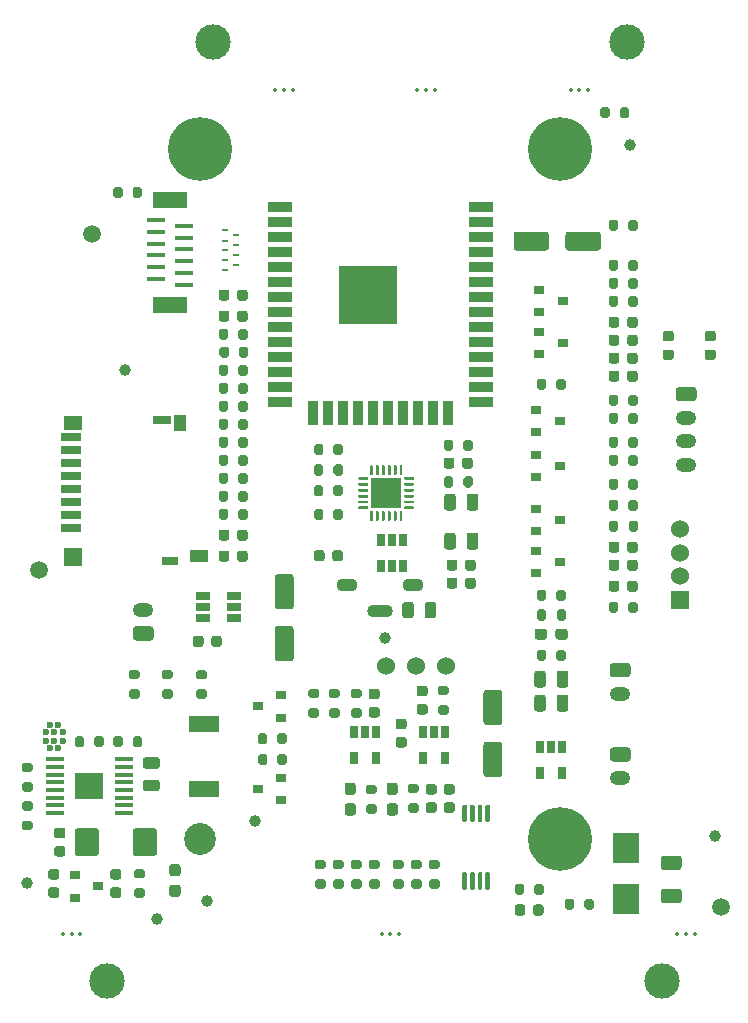
<source format=gts>
%TF.GenerationSoftware,KiCad,Pcbnew,(5.1.8)-1*%
%TF.CreationDate,2021-01-16T15:44:13-05:00*%
%TF.ProjectId,uratt,75726174-742e-46b6-9963-61645f706362,rev?*%
%TF.SameCoordinates,Original*%
%TF.FileFunction,Soldermask,Top*%
%TF.FilePolarity,Negative*%
%FSLAX46Y46*%
G04 Gerber Fmt 4.6, Leading zero omitted, Abs format (unit mm)*
G04 Created by KiCad (PCBNEW (5.1.8)-1) date 2021-01-16 15:44:13*
%MOMM*%
%LPD*%
G01*
G04 APERTURE LIST*
%ADD10R,2.900000X1.400000*%
%ADD11R,1.600000X0.400000*%
%ADD12R,2.590800X1.460500*%
%ADD13C,1.500000*%
%ADD14C,3.000000*%
%ADD15C,0.350000*%
%ADD16C,5.400000*%
%ADD17C,3.100000*%
%ADD18R,0.600000X0.200000*%
%ADD19R,0.900000X0.800000*%
%ADD20C,1.000000*%
%ADD21C,1.524000*%
%ADD22R,1.524000X1.524000*%
%ADD23R,2.300000X2.500000*%
%ADD24O,2.200000X1.100000*%
%ADD25O,1.800000X1.100000*%
%ADD26C,0.600000*%
%ADD27C,2.700000*%
%ADD28R,2.460000X2.310000*%
%ADD29R,1.500000X0.450000*%
%ADD30O,1.750000X1.200000*%
%ADD31R,1.220000X0.650000*%
%ADD32R,0.650000X1.060000*%
%ADD33R,2.000000X0.900000*%
%ADD34R,0.900000X2.000000*%
%ADD35R,5.000000X5.000000*%
%ADD36R,2.600000X2.600000*%
%ADD37R,1.550000X1.000000*%
%ADD38R,1.500000X1.500000*%
%ADD39R,1.750000X0.700000*%
%ADD40R,1.400000X0.800000*%
%ADD41R,1.000000X1.450000*%
%ADD42R,1.500000X0.800000*%
%ADD43R,1.500000X1.300000*%
G04 APERTURE END LIST*
D10*
%TO.C,J3*%
X38354000Y-31872000D03*
X38354000Y-40772000D03*
D11*
X37154000Y-33572000D03*
X39554000Y-34072000D03*
X37154000Y-34572000D03*
X39554000Y-35072000D03*
X37154000Y-35572000D03*
X39554000Y-36072000D03*
X37154000Y-36572000D03*
X39554000Y-37072000D03*
X37154000Y-37572000D03*
X39554000Y-38072000D03*
X37154000Y-38572000D03*
X39554000Y-39072000D03*
%TD*%
D12*
%TO.C,L1*%
X41250000Y-76225050D03*
X41250000Y-81774950D03*
%TD*%
%TO.C,JP7*%
G36*
G01*
X41275000Y-72473000D02*
X40725000Y-72473000D01*
G75*
G02*
X40525000Y-72273000I0J200000D01*
G01*
X40525000Y-71873000D01*
G75*
G02*
X40725000Y-71673000I200000J0D01*
G01*
X41275000Y-71673000D01*
G75*
G02*
X41475000Y-71873000I0J-200000D01*
G01*
X41475000Y-72273000D01*
G75*
G02*
X41275000Y-72473000I-200000J0D01*
G01*
G37*
G36*
G01*
X41275000Y-74123000D02*
X40725000Y-74123000D01*
G75*
G02*
X40525000Y-73923000I0J200000D01*
G01*
X40525000Y-73523000D01*
G75*
G02*
X40725000Y-73323000I200000J0D01*
G01*
X41275000Y-73323000D01*
G75*
G02*
X41475000Y-73523000I0J-200000D01*
G01*
X41475000Y-73923000D01*
G75*
G02*
X41275000Y-74123000I-200000J0D01*
G01*
G37*
%TD*%
D13*
%TO.C,FID7*%
X27250000Y-63250000D03*
%TD*%
%TO.C,FID6*%
X85000000Y-91750000D03*
%TD*%
%TO.C,FID5*%
X31750000Y-34750000D03*
%TD*%
D14*
%TO.C,FID4*%
X80000000Y-98000000D03*
%TD*%
%TO.C,FID3*%
X33000000Y-98000000D03*
%TD*%
%TO.C,FID2*%
X77000000Y-18500000D03*
%TD*%
%TO.C,FID1*%
X42000000Y-18500000D03*
%TD*%
D15*
%TO.C,BK1*%
X48750000Y-22580001D03*
X47250000Y-22580001D03*
X48000000Y-22580001D03*
%TD*%
%TO.C,BK6*%
X81250000Y-94000000D03*
X82750000Y-94000000D03*
X82000000Y-94000000D03*
%TD*%
%TO.C,BK5*%
X56250000Y-94000000D03*
X57750000Y-94000000D03*
X57000000Y-94000000D03*
%TD*%
%TO.C,BK4*%
X29250000Y-94000000D03*
X30750000Y-94000000D03*
X30000000Y-94000000D03*
%TD*%
%TO.C,BK3*%
X60750000Y-22580001D03*
X59250000Y-22580001D03*
X60000000Y-22580001D03*
%TD*%
%TO.C,BK2*%
X73750000Y-22580001D03*
X72250000Y-22580001D03*
X73000000Y-22580001D03*
%TD*%
D16*
%TO.C,H4*%
X71386000Y-86000001D03*
D17*
X71386000Y-86000001D03*
%TD*%
D16*
%TO.C,H2*%
X71386000Y-27580001D03*
D17*
X71386000Y-27580001D03*
%TD*%
D16*
%TO.C,H1*%
X40906000Y-27580001D03*
D17*
X40906000Y-27580001D03*
%TD*%
%TO.C,FB7*%
G36*
G01*
X73425000Y-91775000D02*
X73425000Y-91225000D01*
G75*
G02*
X73625000Y-91025000I200000J0D01*
G01*
X74025000Y-91025000D01*
G75*
G02*
X74225000Y-91225000I0J-200000D01*
G01*
X74225000Y-91775000D01*
G75*
G02*
X74025000Y-91975000I-200000J0D01*
G01*
X73625000Y-91975000D01*
G75*
G02*
X73425000Y-91775000I0J200000D01*
G01*
G37*
G36*
G01*
X71775000Y-91775000D02*
X71775000Y-91225000D01*
G75*
G02*
X71975000Y-91025000I200000J0D01*
G01*
X72375000Y-91025000D01*
G75*
G02*
X72575000Y-91225000I0J-200000D01*
G01*
X72575000Y-91775000D01*
G75*
G02*
X72375000Y-91975000I-200000J0D01*
G01*
X71975000Y-91975000D01*
G75*
G02*
X71775000Y-91775000I0J200000D01*
G01*
G37*
%TD*%
%TO.C,FB6*%
G36*
G01*
X75575000Y-24225000D02*
X75575000Y-24775000D01*
G75*
G02*
X75375000Y-24975000I-200000J0D01*
G01*
X74975000Y-24975000D01*
G75*
G02*
X74775000Y-24775000I0J200000D01*
G01*
X74775000Y-24225000D01*
G75*
G02*
X74975000Y-24025000I200000J0D01*
G01*
X75375000Y-24025000D01*
G75*
G02*
X75575000Y-24225000I0J-200000D01*
G01*
G37*
G36*
G01*
X77225000Y-24225000D02*
X77225000Y-24775000D01*
G75*
G02*
X77025000Y-24975000I-200000J0D01*
G01*
X76625000Y-24975000D01*
G75*
G02*
X76425000Y-24775000I0J200000D01*
G01*
X76425000Y-24225000D01*
G75*
G02*
X76625000Y-24025000I200000J0D01*
G01*
X77025000Y-24025000D01*
G75*
G02*
X77225000Y-24225000I0J-200000D01*
G01*
G37*
%TD*%
%TO.C,FB5*%
G36*
G01*
X35175000Y-31525000D02*
X35175000Y-30975000D01*
G75*
G02*
X35375000Y-30775000I200000J0D01*
G01*
X35775000Y-30775000D01*
G75*
G02*
X35975000Y-30975000I0J-200000D01*
G01*
X35975000Y-31525000D01*
G75*
G02*
X35775000Y-31725000I-200000J0D01*
G01*
X35375000Y-31725000D01*
G75*
G02*
X35175000Y-31525000I0J200000D01*
G01*
G37*
G36*
G01*
X33525000Y-31525000D02*
X33525000Y-30975000D01*
G75*
G02*
X33725000Y-30775000I200000J0D01*
G01*
X34125000Y-30775000D01*
G75*
G02*
X34325000Y-30975000I0J-200000D01*
G01*
X34325000Y-31525000D01*
G75*
G02*
X34125000Y-31725000I-200000J0D01*
G01*
X33725000Y-31725000D01*
G75*
G02*
X33525000Y-31525000I0J200000D01*
G01*
G37*
%TD*%
%TO.C,C32*%
G36*
G01*
X47450000Y-67950000D02*
X48550000Y-67950000D01*
G75*
G02*
X48800000Y-68200000I0J-250000D01*
G01*
X48800000Y-70700000D01*
G75*
G02*
X48550000Y-70950000I-250000J0D01*
G01*
X47450000Y-70950000D01*
G75*
G02*
X47200000Y-70700000I0J250000D01*
G01*
X47200000Y-68200000D01*
G75*
G02*
X47450000Y-67950000I250000J0D01*
G01*
G37*
G36*
G01*
X47450000Y-63550000D02*
X48550000Y-63550000D01*
G75*
G02*
X48800000Y-63800000I0J-250000D01*
G01*
X48800000Y-66300000D01*
G75*
G02*
X48550000Y-66550000I-250000J0D01*
G01*
X47450000Y-66550000D01*
G75*
G02*
X47200000Y-66300000I0J250000D01*
G01*
X47200000Y-63800000D01*
G75*
G02*
X47450000Y-63550000I250000J0D01*
G01*
G37*
%TD*%
%TO.C,JP5*%
G36*
G01*
X35581000Y-72473000D02*
X35031000Y-72473000D01*
G75*
G02*
X34831000Y-72273000I0J200000D01*
G01*
X34831000Y-71873000D01*
G75*
G02*
X35031000Y-71673000I200000J0D01*
G01*
X35581000Y-71673000D01*
G75*
G02*
X35781000Y-71873000I0J-200000D01*
G01*
X35781000Y-72273000D01*
G75*
G02*
X35581000Y-72473000I-200000J0D01*
G01*
G37*
G36*
G01*
X35581000Y-74123000D02*
X35031000Y-74123000D01*
G75*
G02*
X34831000Y-73923000I0J200000D01*
G01*
X34831000Y-73523000D01*
G75*
G02*
X35031000Y-73323000I200000J0D01*
G01*
X35581000Y-73323000D01*
G75*
G02*
X35781000Y-73523000I0J-200000D01*
G01*
X35781000Y-73923000D01*
G75*
G02*
X35581000Y-74123000I-200000J0D01*
G01*
G37*
%TD*%
D18*
%TO.C,D3*%
X43909000Y-34826001D03*
X43909000Y-35726001D03*
X43909000Y-36526001D03*
X43909000Y-37426001D03*
X42959000Y-37826001D03*
X42959000Y-36926001D03*
X42959000Y-36126001D03*
X42959000Y-35326001D03*
X42959000Y-34426001D03*
%TD*%
%TO.C,R41*%
G36*
G01*
X47425000Y-77775000D02*
X47425000Y-77225000D01*
G75*
G02*
X47625000Y-77025000I200000J0D01*
G01*
X48025000Y-77025000D01*
G75*
G02*
X48225000Y-77225000I0J-200000D01*
G01*
X48225000Y-77775000D01*
G75*
G02*
X48025000Y-77975000I-200000J0D01*
G01*
X47625000Y-77975000D01*
G75*
G02*
X47425000Y-77775000I0J200000D01*
G01*
G37*
G36*
G01*
X45775000Y-77775000D02*
X45775000Y-77225000D01*
G75*
G02*
X45975000Y-77025000I200000J0D01*
G01*
X46375000Y-77025000D01*
G75*
G02*
X46575000Y-77225000I0J-200000D01*
G01*
X46575000Y-77775000D01*
G75*
G02*
X46375000Y-77975000I-200000J0D01*
G01*
X45975000Y-77975000D01*
G75*
G02*
X45775000Y-77775000I0J200000D01*
G01*
G37*
%TD*%
%TO.C,R39*%
G36*
G01*
X46575000Y-78975000D02*
X46575000Y-79525000D01*
G75*
G02*
X46375000Y-79725000I-200000J0D01*
G01*
X45975000Y-79725000D01*
G75*
G02*
X45775000Y-79525000I0J200000D01*
G01*
X45775000Y-78975000D01*
G75*
G02*
X45975000Y-78775000I200000J0D01*
G01*
X46375000Y-78775000D01*
G75*
G02*
X46575000Y-78975000I0J-200000D01*
G01*
G37*
G36*
G01*
X48225000Y-78975000D02*
X48225000Y-79525000D01*
G75*
G02*
X48025000Y-79725000I-200000J0D01*
G01*
X47625000Y-79725000D01*
G75*
G02*
X47425000Y-79525000I0J200000D01*
G01*
X47425000Y-78975000D01*
G75*
G02*
X47625000Y-78775000I200000J0D01*
G01*
X48025000Y-78775000D01*
G75*
G02*
X48225000Y-78975000I0J-200000D01*
G01*
G37*
%TD*%
%TO.C,R37*%
G36*
G01*
X52525000Y-74075000D02*
X51975000Y-74075000D01*
G75*
G02*
X51775000Y-73875000I0J200000D01*
G01*
X51775000Y-73475000D01*
G75*
G02*
X51975000Y-73275000I200000J0D01*
G01*
X52525000Y-73275000D01*
G75*
G02*
X52725000Y-73475000I0J-200000D01*
G01*
X52725000Y-73875000D01*
G75*
G02*
X52525000Y-74075000I-200000J0D01*
G01*
G37*
G36*
G01*
X52525000Y-75725000D02*
X51975000Y-75725000D01*
G75*
G02*
X51775000Y-75525000I0J200000D01*
G01*
X51775000Y-75125000D01*
G75*
G02*
X51975000Y-74925000I200000J0D01*
G01*
X52525000Y-74925000D01*
G75*
G02*
X52725000Y-75125000I0J-200000D01*
G01*
X52725000Y-75525000D01*
G75*
G02*
X52525000Y-75725000I-200000J0D01*
G01*
G37*
%TD*%
D19*
%TO.C,Q4*%
X45750000Y-74750000D03*
X47750000Y-73800000D03*
X47750000Y-75700000D03*
%TD*%
%TO.C,Q3*%
X45750000Y-81750000D03*
X47750000Y-80800000D03*
X47750000Y-82700000D03*
%TD*%
%TO.C,C21*%
G36*
G01*
X65127931Y-77744827D02*
X66227931Y-77744827D01*
G75*
G02*
X66477931Y-77994827I0J-250000D01*
G01*
X66477931Y-80494827D01*
G75*
G02*
X66227931Y-80744827I-250000J0D01*
G01*
X65127931Y-80744827D01*
G75*
G02*
X64877931Y-80494827I0J250000D01*
G01*
X64877931Y-77994827D01*
G75*
G02*
X65127931Y-77744827I250000J0D01*
G01*
G37*
G36*
G01*
X65127931Y-73344827D02*
X66227931Y-73344827D01*
G75*
G02*
X66477931Y-73594827I0J-250000D01*
G01*
X66477931Y-76094827D01*
G75*
G02*
X66227931Y-76344827I-250000J0D01*
G01*
X65127931Y-76344827D01*
G75*
G02*
X64877931Y-76094827I0J250000D01*
G01*
X64877931Y-73594827D01*
G75*
G02*
X65127931Y-73344827I250000J0D01*
G01*
G37*
%TD*%
D20*
%TO.C,TP7*%
X41500000Y-91250000D03*
%TD*%
%TO.C,R12*%
G36*
G01*
X63175000Y-56025000D02*
X63175000Y-55475000D01*
G75*
G02*
X63375000Y-55275000I200000J0D01*
G01*
X63775000Y-55275000D01*
G75*
G02*
X63975000Y-55475000I0J-200000D01*
G01*
X63975000Y-56025000D01*
G75*
G02*
X63775000Y-56225000I-200000J0D01*
G01*
X63375000Y-56225000D01*
G75*
G02*
X63175000Y-56025000I0J200000D01*
G01*
G37*
G36*
G01*
X61525000Y-56025000D02*
X61525000Y-55475000D01*
G75*
G02*
X61725000Y-55275000I200000J0D01*
G01*
X62125000Y-55275000D01*
G75*
G02*
X62325000Y-55475000I0J-200000D01*
G01*
X62325000Y-56025000D01*
G75*
G02*
X62125000Y-56225000I-200000J0D01*
G01*
X61725000Y-56225000D01*
G75*
G02*
X61525000Y-56025000I0J200000D01*
G01*
G37*
%TD*%
%TO.C,R11*%
G36*
G01*
X52175000Y-53275000D02*
X52175000Y-52725000D01*
G75*
G02*
X52375000Y-52525000I200000J0D01*
G01*
X52775000Y-52525000D01*
G75*
G02*
X52975000Y-52725000I0J-200000D01*
G01*
X52975000Y-53275000D01*
G75*
G02*
X52775000Y-53475000I-200000J0D01*
G01*
X52375000Y-53475000D01*
G75*
G02*
X52175000Y-53275000I0J200000D01*
G01*
G37*
G36*
G01*
X50525000Y-53275000D02*
X50525000Y-52725000D01*
G75*
G02*
X50725000Y-52525000I200000J0D01*
G01*
X51125000Y-52525000D01*
G75*
G02*
X51325000Y-52725000I0J-200000D01*
G01*
X51325000Y-53275000D01*
G75*
G02*
X51125000Y-53475000I-200000J0D01*
G01*
X50725000Y-53475000D01*
G75*
G02*
X50525000Y-53275000I0J200000D01*
G01*
G37*
%TD*%
%TO.C,R10*%
G36*
G01*
X52175000Y-55025000D02*
X52175000Y-54475000D01*
G75*
G02*
X52375000Y-54275000I200000J0D01*
G01*
X52775000Y-54275000D01*
G75*
G02*
X52975000Y-54475000I0J-200000D01*
G01*
X52975000Y-55025000D01*
G75*
G02*
X52775000Y-55225000I-200000J0D01*
G01*
X52375000Y-55225000D01*
G75*
G02*
X52175000Y-55025000I0J200000D01*
G01*
G37*
G36*
G01*
X50525000Y-55025000D02*
X50525000Y-54475000D01*
G75*
G02*
X50725000Y-54275000I200000J0D01*
G01*
X51125000Y-54275000D01*
G75*
G02*
X51325000Y-54475000I0J-200000D01*
G01*
X51325000Y-55025000D01*
G75*
G02*
X51125000Y-55225000I-200000J0D01*
G01*
X50725000Y-55225000D01*
G75*
G02*
X50525000Y-55025000I0J200000D01*
G01*
G37*
%TD*%
%TO.C,TP6*%
X37250000Y-92750000D03*
%TD*%
%TO.C,JP6*%
G36*
G01*
X38375000Y-72473000D02*
X37825000Y-72473000D01*
G75*
G02*
X37625000Y-72273000I0J200000D01*
G01*
X37625000Y-71873000D01*
G75*
G02*
X37825000Y-71673000I200000J0D01*
G01*
X38375000Y-71673000D01*
G75*
G02*
X38575000Y-71873000I0J-200000D01*
G01*
X38575000Y-72273000D01*
G75*
G02*
X38375000Y-72473000I-200000J0D01*
G01*
G37*
G36*
G01*
X38375000Y-74123000D02*
X37825000Y-74123000D01*
G75*
G02*
X37625000Y-73923000I0J200000D01*
G01*
X37625000Y-73523000D01*
G75*
G02*
X37825000Y-73323000I200000J0D01*
G01*
X38375000Y-73323000D01*
G75*
G02*
X38575000Y-73523000I0J-200000D01*
G01*
X38575000Y-73923000D01*
G75*
G02*
X38375000Y-74123000I-200000J0D01*
G01*
G37*
%TD*%
%TO.C,R23*%
G36*
G01*
X77133000Y-34311000D02*
X77133000Y-33761000D01*
G75*
G02*
X77333000Y-33561000I200000J0D01*
G01*
X77733000Y-33561000D01*
G75*
G02*
X77933000Y-33761000I0J-200000D01*
G01*
X77933000Y-34311000D01*
G75*
G02*
X77733000Y-34511000I-200000J0D01*
G01*
X77333000Y-34511000D01*
G75*
G02*
X77133000Y-34311000I0J200000D01*
G01*
G37*
G36*
G01*
X75483000Y-34311000D02*
X75483000Y-33761000D01*
G75*
G02*
X75683000Y-33561000I200000J0D01*
G01*
X76083000Y-33561000D01*
G75*
G02*
X76283000Y-33761000I0J-200000D01*
G01*
X76283000Y-34311000D01*
G75*
G02*
X76083000Y-34511000I-200000J0D01*
G01*
X75683000Y-34511000D01*
G75*
G02*
X75483000Y-34311000I0J200000D01*
G01*
G37*
%TD*%
%TO.C,R22*%
G36*
G01*
X70187000Y-47223000D02*
X70187000Y-47773000D01*
G75*
G02*
X69987000Y-47973000I-200000J0D01*
G01*
X69587000Y-47973000D01*
G75*
G02*
X69387000Y-47773000I0J200000D01*
G01*
X69387000Y-47223000D01*
G75*
G02*
X69587000Y-47023000I200000J0D01*
G01*
X69987000Y-47023000D01*
G75*
G02*
X70187000Y-47223000I0J-200000D01*
G01*
G37*
G36*
G01*
X71837000Y-47223000D02*
X71837000Y-47773000D01*
G75*
G02*
X71637000Y-47973000I-200000J0D01*
G01*
X71237000Y-47973000D01*
G75*
G02*
X71037000Y-47773000I0J200000D01*
G01*
X71037000Y-47223000D01*
G75*
G02*
X71237000Y-47023000I200000J0D01*
G01*
X71637000Y-47023000D01*
G75*
G02*
X71837000Y-47223000I0J-200000D01*
G01*
G37*
%TD*%
D21*
%TO.C,J5*%
X81500000Y-59750000D03*
X81500000Y-61750000D03*
X81500000Y-63750000D03*
D22*
X81500000Y-65750000D03*
%TD*%
%TO.C,FB4*%
G36*
G01*
X84330250Y-43846000D02*
X83817750Y-43846000D01*
G75*
G02*
X83599000Y-43627250I0J218750D01*
G01*
X83599000Y-43189750D01*
G75*
G02*
X83817750Y-42971000I218750J0D01*
G01*
X84330250Y-42971000D01*
G75*
G02*
X84549000Y-43189750I0J-218750D01*
G01*
X84549000Y-43627250D01*
G75*
G02*
X84330250Y-43846000I-218750J0D01*
G01*
G37*
G36*
G01*
X84330250Y-45421000D02*
X83817750Y-45421000D01*
G75*
G02*
X83599000Y-45202250I0J218750D01*
G01*
X83599000Y-44764750D01*
G75*
G02*
X83817750Y-44546000I218750J0D01*
G01*
X84330250Y-44546000D01*
G75*
G02*
X84549000Y-44764750I0J-218750D01*
G01*
X84549000Y-45202250D01*
G75*
G02*
X84330250Y-45421000I-218750J0D01*
G01*
G37*
%TD*%
%TO.C,FB2*%
G36*
G01*
X80774250Y-43846000D02*
X80261750Y-43846000D01*
G75*
G02*
X80043000Y-43627250I0J218750D01*
G01*
X80043000Y-43189750D01*
G75*
G02*
X80261750Y-42971000I218750J0D01*
G01*
X80774250Y-42971000D01*
G75*
G02*
X80993000Y-43189750I0J-218750D01*
G01*
X80993000Y-43627250D01*
G75*
G02*
X80774250Y-43846000I-218750J0D01*
G01*
G37*
G36*
G01*
X80774250Y-45421000D02*
X80261750Y-45421000D01*
G75*
G02*
X80043000Y-45202250I0J218750D01*
G01*
X80043000Y-44764750D01*
G75*
G02*
X80261750Y-44546000I218750J0D01*
G01*
X80774250Y-44546000D01*
G75*
G02*
X80993000Y-44764750I0J-218750D01*
G01*
X80993000Y-45202250D01*
G75*
G02*
X80774250Y-45421000I-218750J0D01*
G01*
G37*
%TD*%
%TO.C,F1*%
G36*
G01*
X81397000Y-88633000D02*
X80147000Y-88633000D01*
G75*
G02*
X79897000Y-88383000I0J250000D01*
G01*
X79897000Y-87633000D01*
G75*
G02*
X80147000Y-87383000I250000J0D01*
G01*
X81397000Y-87383000D01*
G75*
G02*
X81647000Y-87633000I0J-250000D01*
G01*
X81647000Y-88383000D01*
G75*
G02*
X81397000Y-88633000I-250000J0D01*
G01*
G37*
G36*
G01*
X81397000Y-91433000D02*
X80147000Y-91433000D01*
G75*
G02*
X79897000Y-91183000I0J250000D01*
G01*
X79897000Y-90433000D01*
G75*
G02*
X80147000Y-90183000I250000J0D01*
G01*
X81397000Y-90183000D01*
G75*
G02*
X81647000Y-90433000I0J-250000D01*
G01*
X81647000Y-91183000D01*
G75*
G02*
X81397000Y-91433000I-250000J0D01*
G01*
G37*
%TD*%
D23*
%TO.C,D7*%
X76962000Y-91050000D03*
X76962000Y-86750000D03*
%TD*%
D21*
%TO.C,SW3*%
X56642000Y-71374000D03*
X59182000Y-71374000D03*
X61722000Y-71374000D03*
%TD*%
D24*
%TO.C,J1*%
X56134000Y-66665001D03*
D25*
X53334000Y-64515001D03*
X58934000Y-64515001D03*
%TD*%
%TO.C,D1*%
G36*
G01*
X58986000Y-66149751D02*
X58986000Y-67062251D01*
G75*
G02*
X58742250Y-67306001I-243750J0D01*
G01*
X58254750Y-67306001D01*
G75*
G02*
X58011000Y-67062251I0J243750D01*
G01*
X58011000Y-66149751D01*
G75*
G02*
X58254750Y-65906001I243750J0D01*
G01*
X58742250Y-65906001D01*
G75*
G02*
X58986000Y-66149751I0J-243750D01*
G01*
G37*
G36*
G01*
X60861000Y-66149751D02*
X60861000Y-67062251D01*
G75*
G02*
X60617250Y-67306001I-243750J0D01*
G01*
X60129750Y-67306001D01*
G75*
G02*
X59886000Y-67062251I0J243750D01*
G01*
X59886000Y-66149751D01*
G75*
G02*
X60129750Y-65906001I243750J0D01*
G01*
X60617250Y-65906001D01*
G75*
G02*
X60861000Y-66149751I0J-243750D01*
G01*
G37*
%TD*%
%TO.C,R26*%
G36*
G01*
X76283000Y-52107001D02*
X76283000Y-52657001D01*
G75*
G02*
X76083000Y-52857001I-200000J0D01*
G01*
X75683000Y-52857001D01*
G75*
G02*
X75483000Y-52657001I0J200000D01*
G01*
X75483000Y-52107001D01*
G75*
G02*
X75683000Y-51907001I200000J0D01*
G01*
X76083000Y-51907001D01*
G75*
G02*
X76283000Y-52107001I0J-200000D01*
G01*
G37*
G36*
G01*
X77933000Y-52107001D02*
X77933000Y-52657001D01*
G75*
G02*
X77733000Y-52857001I-200000J0D01*
G01*
X77333000Y-52857001D01*
G75*
G02*
X77133000Y-52657001I0J200000D01*
G01*
X77133000Y-52107001D01*
G75*
G02*
X77333000Y-51907001I200000J0D01*
G01*
X77733000Y-51907001D01*
G75*
G02*
X77933000Y-52107001I0J-200000D01*
G01*
G37*
%TD*%
D26*
%TO.C,GT1*%
X28855001Y-78281000D03*
X28156501Y-78281000D03*
X27839001Y-77709500D03*
X28537501Y-77709500D03*
X29236001Y-77709500D03*
X28855001Y-76312500D03*
X28156501Y-76312500D03*
X27839001Y-76884000D03*
X28537501Y-76884000D03*
X29236001Y-76884000D03*
%TD*%
D27*
%TO.C,H3*%
X40905999Y-86000001D03*
%TD*%
D28*
%TO.C,U8*%
X31500000Y-81500000D03*
D29*
X34400000Y-79225000D03*
X28600000Y-79225000D03*
X34400000Y-79875000D03*
X28600000Y-79875000D03*
X34400000Y-80525000D03*
X28600000Y-80525000D03*
X34400000Y-81175000D03*
X28600000Y-81175000D03*
X34400000Y-81825000D03*
X28600000Y-81825000D03*
X34400000Y-82475000D03*
X28600000Y-82475000D03*
X34400000Y-83125000D03*
X28600000Y-83125000D03*
X34400000Y-83775000D03*
X28600000Y-83775000D03*
%TD*%
D20*
%TO.C,TP8*%
X56500000Y-69000000D03*
%TD*%
%TO.C,TP5*%
X34500000Y-46250000D03*
%TD*%
%TO.C,TP4*%
X26250000Y-89750000D03*
%TD*%
%TO.C,TP3*%
X45500000Y-84500000D03*
%TD*%
%TO.C,TP2*%
X84500000Y-85750000D03*
%TD*%
%TO.C,TP1*%
X77250000Y-27250000D03*
%TD*%
%TO.C,C29*%
G36*
G01*
X35175000Y-87175000D02*
X35175000Y-85325000D01*
G75*
G02*
X35425000Y-85075000I250000J0D01*
G01*
X37000000Y-85075000D01*
G75*
G02*
X37250000Y-85325000I0J-250000D01*
G01*
X37250000Y-87175000D01*
G75*
G02*
X37000000Y-87425000I-250000J0D01*
G01*
X35425000Y-87425000D01*
G75*
G02*
X35175000Y-87175000I0J250000D01*
G01*
G37*
G36*
G01*
X30250000Y-87175000D02*
X30250000Y-85325000D01*
G75*
G02*
X30500000Y-85075000I250000J0D01*
G01*
X32075000Y-85075000D01*
G75*
G02*
X32325000Y-85325000I0J-250000D01*
G01*
X32325000Y-87175000D01*
G75*
G02*
X32075000Y-87425000I-250000J0D01*
G01*
X30500000Y-87425000D01*
G75*
G02*
X30250000Y-87175000I0J250000D01*
G01*
G37*
%TD*%
D30*
%TO.C,J8*%
X36068000Y-66580000D03*
G36*
G01*
X36693001Y-69180000D02*
X35442999Y-69180000D01*
G75*
G02*
X35193000Y-68930001I0J249999D01*
G01*
X35193000Y-68229999D01*
G75*
G02*
X35442999Y-67980000I249999J0D01*
G01*
X36693001Y-67980000D01*
G75*
G02*
X36943000Y-68229999I0J-249999D01*
G01*
X36943000Y-68930001D01*
G75*
G02*
X36693001Y-69180000I-249999J0D01*
G01*
G37*
%TD*%
%TO.C,J7*%
X76454000Y-73686001D03*
G36*
G01*
X75828999Y-71086001D02*
X77079001Y-71086001D01*
G75*
G02*
X77329000Y-71336000I0J-249999D01*
G01*
X77329000Y-72036002D01*
G75*
G02*
X77079001Y-72286001I-249999J0D01*
G01*
X75828999Y-72286001D01*
G75*
G02*
X75579000Y-72036002I0J249999D01*
G01*
X75579000Y-71336000D01*
G75*
G02*
X75828999Y-71086001I249999J0D01*
G01*
G37*
%TD*%
%TO.C,J6*%
X76454000Y-80830001D03*
G36*
G01*
X75828999Y-78230001D02*
X77079001Y-78230001D01*
G75*
G02*
X77329000Y-78480000I0J-249999D01*
G01*
X77329000Y-79180002D01*
G75*
G02*
X77079001Y-79430001I-249999J0D01*
G01*
X75828999Y-79430001D01*
G75*
G02*
X75579000Y-79180002I0J249999D01*
G01*
X75579000Y-78480000D01*
G75*
G02*
X75828999Y-78230001I249999J0D01*
G01*
G37*
%TD*%
%TO.C,J4*%
X82042000Y-54318001D03*
X82042000Y-52318001D03*
X82042000Y-50318001D03*
G36*
G01*
X81416999Y-47718001D02*
X82667001Y-47718001D01*
G75*
G02*
X82917000Y-47968000I0J-249999D01*
G01*
X82917000Y-48668002D01*
G75*
G02*
X82667001Y-48918001I-249999J0D01*
G01*
X81416999Y-48918001D01*
G75*
G02*
X81167000Y-48668002I0J249999D01*
G01*
X81167000Y-47968000D01*
G75*
G02*
X81416999Y-47718001I249999J0D01*
G01*
G37*
%TD*%
D19*
%TO.C,Q2*%
X71358000Y-58986001D03*
X69358000Y-59936001D03*
X69358000Y-58036001D03*
%TD*%
%TO.C,Q1*%
X71358000Y-62542001D03*
X69358000Y-63492001D03*
X69358000Y-61592001D03*
%TD*%
D31*
%TO.C,U9*%
X41108000Y-67302001D03*
X41108000Y-66352001D03*
X41108000Y-65402001D03*
X43728000Y-65402001D03*
X43728000Y-66352001D03*
X43728000Y-67302001D03*
%TD*%
D32*
%TO.C,U7*%
X61656000Y-79136001D03*
X59756000Y-79136001D03*
X59756000Y-76936001D03*
X60706000Y-76936001D03*
X61656000Y-76936001D03*
%TD*%
%TO.C,U6*%
X55814000Y-79136001D03*
X53914000Y-79136001D03*
X53914000Y-76936001D03*
X54864000Y-76936001D03*
X55814000Y-76936001D03*
%TD*%
%TO.C,U5*%
G36*
G01*
X63387000Y-84547001D02*
X63187000Y-84547001D01*
G75*
G02*
X63087000Y-84447001I0J100000D01*
G01*
X63087000Y-83172001D01*
G75*
G02*
X63187000Y-83072001I100000J0D01*
G01*
X63387000Y-83072001D01*
G75*
G02*
X63487000Y-83172001I0J-100000D01*
G01*
X63487000Y-84447001D01*
G75*
G02*
X63387000Y-84547001I-100000J0D01*
G01*
G37*
G36*
G01*
X64037000Y-84547001D02*
X63837000Y-84547001D01*
G75*
G02*
X63737000Y-84447001I0J100000D01*
G01*
X63737000Y-83172001D01*
G75*
G02*
X63837000Y-83072001I100000J0D01*
G01*
X64037000Y-83072001D01*
G75*
G02*
X64137000Y-83172001I0J-100000D01*
G01*
X64137000Y-84447001D01*
G75*
G02*
X64037000Y-84547001I-100000J0D01*
G01*
G37*
G36*
G01*
X64687000Y-84547001D02*
X64487000Y-84547001D01*
G75*
G02*
X64387000Y-84447001I0J100000D01*
G01*
X64387000Y-83172001D01*
G75*
G02*
X64487000Y-83072001I100000J0D01*
G01*
X64687000Y-83072001D01*
G75*
G02*
X64787000Y-83172001I0J-100000D01*
G01*
X64787000Y-84447001D01*
G75*
G02*
X64687000Y-84547001I-100000J0D01*
G01*
G37*
G36*
G01*
X65337000Y-84547001D02*
X65137000Y-84547001D01*
G75*
G02*
X65037000Y-84447001I0J100000D01*
G01*
X65037000Y-83172001D01*
G75*
G02*
X65137000Y-83072001I100000J0D01*
G01*
X65337000Y-83072001D01*
G75*
G02*
X65437000Y-83172001I0J-100000D01*
G01*
X65437000Y-84447001D01*
G75*
G02*
X65337000Y-84547001I-100000J0D01*
G01*
G37*
G36*
G01*
X65337000Y-90272001D02*
X65137000Y-90272001D01*
G75*
G02*
X65037000Y-90172001I0J100000D01*
G01*
X65037000Y-88897001D01*
G75*
G02*
X65137000Y-88797001I100000J0D01*
G01*
X65337000Y-88797001D01*
G75*
G02*
X65437000Y-88897001I0J-100000D01*
G01*
X65437000Y-90172001D01*
G75*
G02*
X65337000Y-90272001I-100000J0D01*
G01*
G37*
G36*
G01*
X64687000Y-90272001D02*
X64487000Y-90272001D01*
G75*
G02*
X64387000Y-90172001I0J100000D01*
G01*
X64387000Y-88897001D01*
G75*
G02*
X64487000Y-88797001I100000J0D01*
G01*
X64687000Y-88797001D01*
G75*
G02*
X64787000Y-88897001I0J-100000D01*
G01*
X64787000Y-90172001D01*
G75*
G02*
X64687000Y-90272001I-100000J0D01*
G01*
G37*
G36*
G01*
X64037000Y-90272001D02*
X63837000Y-90272001D01*
G75*
G02*
X63737000Y-90172001I0J100000D01*
G01*
X63737000Y-88897001D01*
G75*
G02*
X63837000Y-88797001I100000J0D01*
G01*
X64037000Y-88797001D01*
G75*
G02*
X64137000Y-88897001I0J-100000D01*
G01*
X64137000Y-90172001D01*
G75*
G02*
X64037000Y-90272001I-100000J0D01*
G01*
G37*
G36*
G01*
X63387000Y-90272001D02*
X63187000Y-90272001D01*
G75*
G02*
X63087000Y-90172001I0J100000D01*
G01*
X63087000Y-88897001D01*
G75*
G02*
X63187000Y-88797001I100000J0D01*
G01*
X63387000Y-88797001D01*
G75*
G02*
X63487000Y-88897001I0J-100000D01*
G01*
X63487000Y-90172001D01*
G75*
G02*
X63387000Y-90272001I-100000J0D01*
G01*
G37*
%TD*%
%TO.C,U4*%
X71562000Y-80406001D03*
X69662000Y-80406001D03*
X69662000Y-78206001D03*
X70612000Y-78206001D03*
X71562000Y-78206001D03*
%TD*%
D33*
%TO.C,U3*%
X64634000Y-32443001D03*
X64634000Y-33713001D03*
X64634000Y-34983001D03*
X64634000Y-36253001D03*
X64634000Y-37523001D03*
X64634000Y-38793001D03*
X64634000Y-40063001D03*
X64634000Y-41333001D03*
X64634000Y-42603001D03*
X64634000Y-43873001D03*
X64634000Y-45143001D03*
X64634000Y-46413001D03*
X64634000Y-47683001D03*
X64634000Y-48953001D03*
D34*
X61849000Y-49953001D03*
X60579000Y-49953001D03*
X59309000Y-49953001D03*
X58039000Y-49953001D03*
X56769000Y-49953001D03*
X55499000Y-49953001D03*
X54229000Y-49953001D03*
X52959000Y-49953001D03*
X51689000Y-49953001D03*
X50419000Y-49953001D03*
D33*
X47634000Y-48953001D03*
X47634000Y-47683001D03*
X47634000Y-46413001D03*
X47634000Y-45143001D03*
X47634000Y-43873001D03*
X47634000Y-42603001D03*
X47634000Y-41333001D03*
X47634000Y-40063001D03*
X47634000Y-38793001D03*
X47634000Y-37523001D03*
X47634000Y-36253001D03*
X47634000Y-34983001D03*
X47634000Y-33713001D03*
X47634000Y-32443001D03*
D35*
X55134000Y-39943001D03*
%TD*%
D36*
%TO.C,U2*%
X56642000Y-56700001D03*
G36*
G01*
X55054500Y-58075001D02*
X54354500Y-58075001D01*
G75*
G02*
X54292000Y-58012501I0J62500D01*
G01*
X54292000Y-57887501D01*
G75*
G02*
X54354500Y-57825001I62500J0D01*
G01*
X55054500Y-57825001D01*
G75*
G02*
X55117000Y-57887501I0J-62500D01*
G01*
X55117000Y-58012501D01*
G75*
G02*
X55054500Y-58075001I-62500J0D01*
G01*
G37*
G36*
G01*
X55054500Y-57575001D02*
X54354500Y-57575001D01*
G75*
G02*
X54292000Y-57512501I0J62500D01*
G01*
X54292000Y-57387501D01*
G75*
G02*
X54354500Y-57325001I62500J0D01*
G01*
X55054500Y-57325001D01*
G75*
G02*
X55117000Y-57387501I0J-62500D01*
G01*
X55117000Y-57512501D01*
G75*
G02*
X55054500Y-57575001I-62500J0D01*
G01*
G37*
G36*
G01*
X55054500Y-57075001D02*
X54354500Y-57075001D01*
G75*
G02*
X54292000Y-57012501I0J62500D01*
G01*
X54292000Y-56887501D01*
G75*
G02*
X54354500Y-56825001I62500J0D01*
G01*
X55054500Y-56825001D01*
G75*
G02*
X55117000Y-56887501I0J-62500D01*
G01*
X55117000Y-57012501D01*
G75*
G02*
X55054500Y-57075001I-62500J0D01*
G01*
G37*
G36*
G01*
X55054500Y-56575001D02*
X54354500Y-56575001D01*
G75*
G02*
X54292000Y-56512501I0J62500D01*
G01*
X54292000Y-56387501D01*
G75*
G02*
X54354500Y-56325001I62500J0D01*
G01*
X55054500Y-56325001D01*
G75*
G02*
X55117000Y-56387501I0J-62500D01*
G01*
X55117000Y-56512501D01*
G75*
G02*
X55054500Y-56575001I-62500J0D01*
G01*
G37*
G36*
G01*
X55054500Y-56075001D02*
X54354500Y-56075001D01*
G75*
G02*
X54292000Y-56012501I0J62500D01*
G01*
X54292000Y-55887501D01*
G75*
G02*
X54354500Y-55825001I62500J0D01*
G01*
X55054500Y-55825001D01*
G75*
G02*
X55117000Y-55887501I0J-62500D01*
G01*
X55117000Y-56012501D01*
G75*
G02*
X55054500Y-56075001I-62500J0D01*
G01*
G37*
G36*
G01*
X55054500Y-55575001D02*
X54354500Y-55575001D01*
G75*
G02*
X54292000Y-55512501I0J62500D01*
G01*
X54292000Y-55387501D01*
G75*
G02*
X54354500Y-55325001I62500J0D01*
G01*
X55054500Y-55325001D01*
G75*
G02*
X55117000Y-55387501I0J-62500D01*
G01*
X55117000Y-55512501D01*
G75*
G02*
X55054500Y-55575001I-62500J0D01*
G01*
G37*
G36*
G01*
X55454500Y-55175001D02*
X55329500Y-55175001D01*
G75*
G02*
X55267000Y-55112501I0J62500D01*
G01*
X55267000Y-54412501D01*
G75*
G02*
X55329500Y-54350001I62500J0D01*
G01*
X55454500Y-54350001D01*
G75*
G02*
X55517000Y-54412501I0J-62500D01*
G01*
X55517000Y-55112501D01*
G75*
G02*
X55454500Y-55175001I-62500J0D01*
G01*
G37*
G36*
G01*
X55954500Y-55175001D02*
X55829500Y-55175001D01*
G75*
G02*
X55767000Y-55112501I0J62500D01*
G01*
X55767000Y-54412501D01*
G75*
G02*
X55829500Y-54350001I62500J0D01*
G01*
X55954500Y-54350001D01*
G75*
G02*
X56017000Y-54412501I0J-62500D01*
G01*
X56017000Y-55112501D01*
G75*
G02*
X55954500Y-55175001I-62500J0D01*
G01*
G37*
G36*
G01*
X56454500Y-55175001D02*
X56329500Y-55175001D01*
G75*
G02*
X56267000Y-55112501I0J62500D01*
G01*
X56267000Y-54412501D01*
G75*
G02*
X56329500Y-54350001I62500J0D01*
G01*
X56454500Y-54350001D01*
G75*
G02*
X56517000Y-54412501I0J-62500D01*
G01*
X56517000Y-55112501D01*
G75*
G02*
X56454500Y-55175001I-62500J0D01*
G01*
G37*
G36*
G01*
X56954500Y-55175001D02*
X56829500Y-55175001D01*
G75*
G02*
X56767000Y-55112501I0J62500D01*
G01*
X56767000Y-54412501D01*
G75*
G02*
X56829500Y-54350001I62500J0D01*
G01*
X56954500Y-54350001D01*
G75*
G02*
X57017000Y-54412501I0J-62500D01*
G01*
X57017000Y-55112501D01*
G75*
G02*
X56954500Y-55175001I-62500J0D01*
G01*
G37*
G36*
G01*
X57454500Y-55175001D02*
X57329500Y-55175001D01*
G75*
G02*
X57267000Y-55112501I0J62500D01*
G01*
X57267000Y-54412501D01*
G75*
G02*
X57329500Y-54350001I62500J0D01*
G01*
X57454500Y-54350001D01*
G75*
G02*
X57517000Y-54412501I0J-62500D01*
G01*
X57517000Y-55112501D01*
G75*
G02*
X57454500Y-55175001I-62500J0D01*
G01*
G37*
G36*
G01*
X57954500Y-55175001D02*
X57829500Y-55175001D01*
G75*
G02*
X57767000Y-55112501I0J62500D01*
G01*
X57767000Y-54412501D01*
G75*
G02*
X57829500Y-54350001I62500J0D01*
G01*
X57954500Y-54350001D01*
G75*
G02*
X58017000Y-54412501I0J-62500D01*
G01*
X58017000Y-55112501D01*
G75*
G02*
X57954500Y-55175001I-62500J0D01*
G01*
G37*
G36*
G01*
X58929500Y-55575001D02*
X58229500Y-55575001D01*
G75*
G02*
X58167000Y-55512501I0J62500D01*
G01*
X58167000Y-55387501D01*
G75*
G02*
X58229500Y-55325001I62500J0D01*
G01*
X58929500Y-55325001D01*
G75*
G02*
X58992000Y-55387501I0J-62500D01*
G01*
X58992000Y-55512501D01*
G75*
G02*
X58929500Y-55575001I-62500J0D01*
G01*
G37*
G36*
G01*
X58929500Y-56075001D02*
X58229500Y-56075001D01*
G75*
G02*
X58167000Y-56012501I0J62500D01*
G01*
X58167000Y-55887501D01*
G75*
G02*
X58229500Y-55825001I62500J0D01*
G01*
X58929500Y-55825001D01*
G75*
G02*
X58992000Y-55887501I0J-62500D01*
G01*
X58992000Y-56012501D01*
G75*
G02*
X58929500Y-56075001I-62500J0D01*
G01*
G37*
G36*
G01*
X58929500Y-56575001D02*
X58229500Y-56575001D01*
G75*
G02*
X58167000Y-56512501I0J62500D01*
G01*
X58167000Y-56387501D01*
G75*
G02*
X58229500Y-56325001I62500J0D01*
G01*
X58929500Y-56325001D01*
G75*
G02*
X58992000Y-56387501I0J-62500D01*
G01*
X58992000Y-56512501D01*
G75*
G02*
X58929500Y-56575001I-62500J0D01*
G01*
G37*
G36*
G01*
X58929500Y-57075001D02*
X58229500Y-57075001D01*
G75*
G02*
X58167000Y-57012501I0J62500D01*
G01*
X58167000Y-56887501D01*
G75*
G02*
X58229500Y-56825001I62500J0D01*
G01*
X58929500Y-56825001D01*
G75*
G02*
X58992000Y-56887501I0J-62500D01*
G01*
X58992000Y-57012501D01*
G75*
G02*
X58929500Y-57075001I-62500J0D01*
G01*
G37*
G36*
G01*
X58929500Y-57575001D02*
X58229500Y-57575001D01*
G75*
G02*
X58167000Y-57512501I0J62500D01*
G01*
X58167000Y-57387501D01*
G75*
G02*
X58229500Y-57325001I62500J0D01*
G01*
X58929500Y-57325001D01*
G75*
G02*
X58992000Y-57387501I0J-62500D01*
G01*
X58992000Y-57512501D01*
G75*
G02*
X58929500Y-57575001I-62500J0D01*
G01*
G37*
G36*
G01*
X58929500Y-58075001D02*
X58229500Y-58075001D01*
G75*
G02*
X58167000Y-58012501I0J62500D01*
G01*
X58167000Y-57887501D01*
G75*
G02*
X58229500Y-57825001I62500J0D01*
G01*
X58929500Y-57825001D01*
G75*
G02*
X58992000Y-57887501I0J-62500D01*
G01*
X58992000Y-58012501D01*
G75*
G02*
X58929500Y-58075001I-62500J0D01*
G01*
G37*
G36*
G01*
X57954500Y-59050001D02*
X57829500Y-59050001D01*
G75*
G02*
X57767000Y-58987501I0J62500D01*
G01*
X57767000Y-58287501D01*
G75*
G02*
X57829500Y-58225001I62500J0D01*
G01*
X57954500Y-58225001D01*
G75*
G02*
X58017000Y-58287501I0J-62500D01*
G01*
X58017000Y-58987501D01*
G75*
G02*
X57954500Y-59050001I-62500J0D01*
G01*
G37*
G36*
G01*
X57454500Y-59050001D02*
X57329500Y-59050001D01*
G75*
G02*
X57267000Y-58987501I0J62500D01*
G01*
X57267000Y-58287501D01*
G75*
G02*
X57329500Y-58225001I62500J0D01*
G01*
X57454500Y-58225001D01*
G75*
G02*
X57517000Y-58287501I0J-62500D01*
G01*
X57517000Y-58987501D01*
G75*
G02*
X57454500Y-59050001I-62500J0D01*
G01*
G37*
G36*
G01*
X56954500Y-59050001D02*
X56829500Y-59050001D01*
G75*
G02*
X56767000Y-58987501I0J62500D01*
G01*
X56767000Y-58287501D01*
G75*
G02*
X56829500Y-58225001I62500J0D01*
G01*
X56954500Y-58225001D01*
G75*
G02*
X57017000Y-58287501I0J-62500D01*
G01*
X57017000Y-58987501D01*
G75*
G02*
X56954500Y-59050001I-62500J0D01*
G01*
G37*
G36*
G01*
X56454500Y-59050001D02*
X56329500Y-59050001D01*
G75*
G02*
X56267000Y-58987501I0J62500D01*
G01*
X56267000Y-58287501D01*
G75*
G02*
X56329500Y-58225001I62500J0D01*
G01*
X56454500Y-58225001D01*
G75*
G02*
X56517000Y-58287501I0J-62500D01*
G01*
X56517000Y-58987501D01*
G75*
G02*
X56454500Y-59050001I-62500J0D01*
G01*
G37*
G36*
G01*
X55954500Y-59050001D02*
X55829500Y-59050001D01*
G75*
G02*
X55767000Y-58987501I0J62500D01*
G01*
X55767000Y-58287501D01*
G75*
G02*
X55829500Y-58225001I62500J0D01*
G01*
X55954500Y-58225001D01*
G75*
G02*
X56017000Y-58287501I0J-62500D01*
G01*
X56017000Y-58987501D01*
G75*
G02*
X55954500Y-59050001I-62500J0D01*
G01*
G37*
G36*
G01*
X55454500Y-59050001D02*
X55329500Y-59050001D01*
G75*
G02*
X55267000Y-58987501I0J62500D01*
G01*
X55267000Y-58287501D01*
G75*
G02*
X55329500Y-58225001I62500J0D01*
G01*
X55454500Y-58225001D01*
G75*
G02*
X55517000Y-58287501I0J-62500D01*
G01*
X55517000Y-58987501D01*
G75*
G02*
X55454500Y-59050001I-62500J0D01*
G01*
G37*
%TD*%
D32*
%TO.C,U1*%
X57150000Y-60680001D03*
X56200000Y-60680001D03*
X58100000Y-60680001D03*
X58100000Y-62880001D03*
X57150000Y-62880001D03*
X56200000Y-62880001D03*
%TD*%
%TO.C,R50*%
G36*
G01*
X36025000Y-89325000D02*
X35475000Y-89325000D01*
G75*
G02*
X35275000Y-89125000I0J200000D01*
G01*
X35275000Y-88725000D01*
G75*
G02*
X35475000Y-88525000I200000J0D01*
G01*
X36025000Y-88525000D01*
G75*
G02*
X36225000Y-88725000I0J-200000D01*
G01*
X36225000Y-89125000D01*
G75*
G02*
X36025000Y-89325000I-200000J0D01*
G01*
G37*
G36*
G01*
X36025000Y-90975000D02*
X35475000Y-90975000D01*
G75*
G02*
X35275000Y-90775000I0J200000D01*
G01*
X35275000Y-90375000D01*
G75*
G02*
X35475000Y-90175000I200000J0D01*
G01*
X36025000Y-90175000D01*
G75*
G02*
X36225000Y-90375000I0J-200000D01*
G01*
X36225000Y-90775000D01*
G75*
G02*
X36025000Y-90975000I-200000J0D01*
G01*
G37*
%TD*%
%TO.C,R49*%
G36*
G01*
X43263000Y-42963001D02*
X43263000Y-43513001D01*
G75*
G02*
X43063000Y-43713001I-200000J0D01*
G01*
X42663000Y-43713001D01*
G75*
G02*
X42463000Y-43513001I0J200000D01*
G01*
X42463000Y-42963001D01*
G75*
G02*
X42663000Y-42763001I200000J0D01*
G01*
X43063000Y-42763001D01*
G75*
G02*
X43263000Y-42963001I0J-200000D01*
G01*
G37*
G36*
G01*
X44913000Y-42963001D02*
X44913000Y-43513001D01*
G75*
G02*
X44713000Y-43713001I-200000J0D01*
G01*
X44313000Y-43713001D01*
G75*
G02*
X44113000Y-43513001I0J200000D01*
G01*
X44113000Y-42963001D01*
G75*
G02*
X44313000Y-42763001I200000J0D01*
G01*
X44713000Y-42763001D01*
G75*
G02*
X44913000Y-42963001I0J-200000D01*
G01*
G37*
%TD*%
%TO.C,R48*%
G36*
G01*
X25975000Y-81175000D02*
X26525000Y-81175000D01*
G75*
G02*
X26725000Y-81375000I0J-200000D01*
G01*
X26725000Y-81775000D01*
G75*
G02*
X26525000Y-81975000I-200000J0D01*
G01*
X25975000Y-81975000D01*
G75*
G02*
X25775000Y-81775000I0J200000D01*
G01*
X25775000Y-81375000D01*
G75*
G02*
X25975000Y-81175000I200000J0D01*
G01*
G37*
G36*
G01*
X25975000Y-79525000D02*
X26525000Y-79525000D01*
G75*
G02*
X26725000Y-79725000I0J-200000D01*
G01*
X26725000Y-80125000D01*
G75*
G02*
X26525000Y-80325000I-200000J0D01*
G01*
X25975000Y-80325000D01*
G75*
G02*
X25775000Y-80125000I0J200000D01*
G01*
X25775000Y-79725000D01*
G75*
G02*
X25975000Y-79525000I200000J0D01*
G01*
G37*
%TD*%
%TO.C,R47*%
G36*
G01*
X25975000Y-84425000D02*
X26525000Y-84425000D01*
G75*
G02*
X26725000Y-84625000I0J-200000D01*
G01*
X26725000Y-85025000D01*
G75*
G02*
X26525000Y-85225000I-200000J0D01*
G01*
X25975000Y-85225000D01*
G75*
G02*
X25775000Y-85025000I0J200000D01*
G01*
X25775000Y-84625000D01*
G75*
G02*
X25975000Y-84425000I200000J0D01*
G01*
G37*
G36*
G01*
X25975000Y-82775000D02*
X26525000Y-82775000D01*
G75*
G02*
X26725000Y-82975000I0J-200000D01*
G01*
X26725000Y-83375000D01*
G75*
G02*
X26525000Y-83575000I-200000J0D01*
G01*
X25975000Y-83575000D01*
G75*
G02*
X25775000Y-83375000I0J200000D01*
G01*
X25775000Y-82975000D01*
G75*
G02*
X25975000Y-82775000I200000J0D01*
G01*
G37*
%TD*%
%TO.C,R44*%
G36*
G01*
X59203000Y-82125000D02*
X58653000Y-82125000D01*
G75*
G02*
X58453000Y-81925000I0J200000D01*
G01*
X58453000Y-81525000D01*
G75*
G02*
X58653000Y-81325000I200000J0D01*
G01*
X59203000Y-81325000D01*
G75*
G02*
X59403000Y-81525000I0J-200000D01*
G01*
X59403000Y-81925000D01*
G75*
G02*
X59203000Y-82125000I-200000J0D01*
G01*
G37*
G36*
G01*
X59203000Y-83775000D02*
X58653000Y-83775000D01*
G75*
G02*
X58453000Y-83575000I0J200000D01*
G01*
X58453000Y-83175000D01*
G75*
G02*
X58653000Y-82975000I200000J0D01*
G01*
X59203000Y-82975000D01*
G75*
G02*
X59403000Y-83175000I0J-200000D01*
G01*
X59403000Y-83575000D01*
G75*
G02*
X59203000Y-83775000I-200000J0D01*
G01*
G37*
%TD*%
%TO.C,R43*%
G36*
G01*
X55647000Y-82183001D02*
X55097000Y-82183001D01*
G75*
G02*
X54897000Y-81983001I0J200000D01*
G01*
X54897000Y-81583001D01*
G75*
G02*
X55097000Y-81383001I200000J0D01*
G01*
X55647000Y-81383001D01*
G75*
G02*
X55847000Y-81583001I0J-200000D01*
G01*
X55847000Y-81983001D01*
G75*
G02*
X55647000Y-82183001I-200000J0D01*
G01*
G37*
G36*
G01*
X55647000Y-83833001D02*
X55097000Y-83833001D01*
G75*
G02*
X54897000Y-83633001I0J200000D01*
G01*
X54897000Y-83233001D01*
G75*
G02*
X55097000Y-83033001I200000J0D01*
G01*
X55647000Y-83033001D01*
G75*
G02*
X55847000Y-83233001I0J-200000D01*
G01*
X55847000Y-83633001D01*
G75*
G02*
X55647000Y-83833001I-200000J0D01*
G01*
G37*
%TD*%
%TO.C,R40*%
G36*
G01*
X53827000Y-74905001D02*
X54377000Y-74905001D01*
G75*
G02*
X54577000Y-75105001I0J-200000D01*
G01*
X54577000Y-75505001D01*
G75*
G02*
X54377000Y-75705001I-200000J0D01*
G01*
X53827000Y-75705001D01*
G75*
G02*
X53627000Y-75505001I0J200000D01*
G01*
X53627000Y-75105001D01*
G75*
G02*
X53827000Y-74905001I200000J0D01*
G01*
G37*
G36*
G01*
X53827000Y-73255001D02*
X54377000Y-73255001D01*
G75*
G02*
X54577000Y-73455001I0J-200000D01*
G01*
X54577000Y-73855001D01*
G75*
G02*
X54377000Y-74055001I-200000J0D01*
G01*
X53827000Y-74055001D01*
G75*
G02*
X53627000Y-73855001I0J200000D01*
G01*
X53627000Y-73455001D01*
G75*
G02*
X53827000Y-73255001I200000J0D01*
G01*
G37*
%TD*%
%TO.C,R38*%
G36*
G01*
X61193000Y-74651001D02*
X61743000Y-74651001D01*
G75*
G02*
X61943000Y-74851001I0J-200000D01*
G01*
X61943000Y-75251001D01*
G75*
G02*
X61743000Y-75451001I-200000J0D01*
G01*
X61193000Y-75451001D01*
G75*
G02*
X60993000Y-75251001I0J200000D01*
G01*
X60993000Y-74851001D01*
G75*
G02*
X61193000Y-74651001I200000J0D01*
G01*
G37*
G36*
G01*
X61193000Y-73001001D02*
X61743000Y-73001001D01*
G75*
G02*
X61943000Y-73201001I0J-200000D01*
G01*
X61943000Y-73601001D01*
G75*
G02*
X61743000Y-73801001I-200000J0D01*
G01*
X61193000Y-73801001D01*
G75*
G02*
X60993000Y-73601001I0J200000D01*
G01*
X60993000Y-73201001D01*
G75*
G02*
X61193000Y-73001001I200000J0D01*
G01*
G37*
%TD*%
%TO.C,R42*%
G36*
G01*
X50225000Y-74925000D02*
X50775000Y-74925000D01*
G75*
G02*
X50975000Y-75125000I0J-200000D01*
G01*
X50975000Y-75525000D01*
G75*
G02*
X50775000Y-75725000I-200000J0D01*
G01*
X50225000Y-75725000D01*
G75*
G02*
X50025000Y-75525000I0J200000D01*
G01*
X50025000Y-75125000D01*
G75*
G02*
X50225000Y-74925000I200000J0D01*
G01*
G37*
G36*
G01*
X50225000Y-73275000D02*
X50775000Y-73275000D01*
G75*
G02*
X50975000Y-73475000I0J-200000D01*
G01*
X50975000Y-73875000D01*
G75*
G02*
X50775000Y-74075000I-200000J0D01*
G01*
X50225000Y-74075000D01*
G75*
G02*
X50025000Y-73875000I0J200000D01*
G01*
X50025000Y-73475000D01*
G75*
G02*
X50225000Y-73275000I200000J0D01*
G01*
G37*
%TD*%
%TO.C,R46*%
G36*
G01*
X31925000Y-78025000D02*
X31925000Y-77475000D01*
G75*
G02*
X32125000Y-77275000I200000J0D01*
G01*
X32525000Y-77275000D01*
G75*
G02*
X32725000Y-77475000I0J-200000D01*
G01*
X32725000Y-78025000D01*
G75*
G02*
X32525000Y-78225000I-200000J0D01*
G01*
X32125000Y-78225000D01*
G75*
G02*
X31925000Y-78025000I0J200000D01*
G01*
G37*
G36*
G01*
X30275000Y-78025000D02*
X30275000Y-77475000D01*
G75*
G02*
X30475000Y-77275000I200000J0D01*
G01*
X30875000Y-77275000D01*
G75*
G02*
X31075000Y-77475000I0J-200000D01*
G01*
X31075000Y-78025000D01*
G75*
G02*
X30875000Y-78225000I-200000J0D01*
G01*
X30475000Y-78225000D01*
G75*
G02*
X30275000Y-78025000I0J200000D01*
G01*
G37*
%TD*%
%TO.C,R45*%
G36*
G01*
X35175000Y-78025000D02*
X35175000Y-77475000D01*
G75*
G02*
X35375000Y-77275000I200000J0D01*
G01*
X35775000Y-77275000D01*
G75*
G02*
X35975000Y-77475000I0J-200000D01*
G01*
X35975000Y-78025000D01*
G75*
G02*
X35775000Y-78225000I-200000J0D01*
G01*
X35375000Y-78225000D01*
G75*
G02*
X35175000Y-78025000I0J200000D01*
G01*
G37*
G36*
G01*
X33525000Y-78025000D02*
X33525000Y-77475000D01*
G75*
G02*
X33725000Y-77275000I200000J0D01*
G01*
X34125000Y-77275000D01*
G75*
G02*
X34325000Y-77475000I0J-200000D01*
G01*
X34325000Y-78025000D01*
G75*
G02*
X34125000Y-78225000I-200000J0D01*
G01*
X33725000Y-78225000D01*
G75*
G02*
X33525000Y-78025000I0J200000D01*
G01*
G37*
%TD*%
%TO.C,R36*%
G36*
G01*
X43326000Y-44487001D02*
X43326000Y-45037001D01*
G75*
G02*
X43126000Y-45237001I-200000J0D01*
G01*
X42726000Y-45237001D01*
G75*
G02*
X42526000Y-45037001I0J200000D01*
G01*
X42526000Y-44487001D01*
G75*
G02*
X42726000Y-44287001I200000J0D01*
G01*
X43126000Y-44287001D01*
G75*
G02*
X43326000Y-44487001I0J-200000D01*
G01*
G37*
G36*
G01*
X44976000Y-44487001D02*
X44976000Y-45037001D01*
G75*
G02*
X44776000Y-45237001I-200000J0D01*
G01*
X44376000Y-45237001D01*
G75*
G02*
X44176000Y-45037001I0J200000D01*
G01*
X44176000Y-44487001D01*
G75*
G02*
X44376000Y-44287001I200000J0D01*
G01*
X44776000Y-44287001D01*
G75*
G02*
X44976000Y-44487001I0J-200000D01*
G01*
G37*
%TD*%
%TO.C,R35*%
G36*
G01*
X70187000Y-70141001D02*
X70187000Y-70691001D01*
G75*
G02*
X69987000Y-70891001I-200000J0D01*
G01*
X69587000Y-70891001D01*
G75*
G02*
X69387000Y-70691001I0J200000D01*
G01*
X69387000Y-70141001D01*
G75*
G02*
X69587000Y-69941001I200000J0D01*
G01*
X69987000Y-69941001D01*
G75*
G02*
X70187000Y-70141001I0J-200000D01*
G01*
G37*
G36*
G01*
X71837000Y-70141001D02*
X71837000Y-70691001D01*
G75*
G02*
X71637000Y-70891001I-200000J0D01*
G01*
X71237000Y-70891001D01*
G75*
G02*
X71037000Y-70691001I0J200000D01*
G01*
X71037000Y-70141001D01*
G75*
G02*
X71237000Y-69941001I200000J0D01*
G01*
X71637000Y-69941001D01*
G75*
G02*
X71837000Y-70141001I0J-200000D01*
G01*
G37*
%TD*%
%TO.C,R34*%
G36*
G01*
X60981000Y-88533001D02*
X60431000Y-88533001D01*
G75*
G02*
X60231000Y-88333001I0J200000D01*
G01*
X60231000Y-87933001D01*
G75*
G02*
X60431000Y-87733001I200000J0D01*
G01*
X60981000Y-87733001D01*
G75*
G02*
X61181000Y-87933001I0J-200000D01*
G01*
X61181000Y-88333001D01*
G75*
G02*
X60981000Y-88533001I-200000J0D01*
G01*
G37*
G36*
G01*
X60981000Y-90183001D02*
X60431000Y-90183001D01*
G75*
G02*
X60231000Y-89983001I0J200000D01*
G01*
X60231000Y-89583001D01*
G75*
G02*
X60431000Y-89383001I200000J0D01*
G01*
X60981000Y-89383001D01*
G75*
G02*
X61181000Y-89583001I0J-200000D01*
G01*
X61181000Y-89983001D01*
G75*
G02*
X60981000Y-90183001I-200000J0D01*
G01*
G37*
%TD*%
%TO.C,R33*%
G36*
G01*
X57933000Y-88533001D02*
X57383000Y-88533001D01*
G75*
G02*
X57183000Y-88333001I0J200000D01*
G01*
X57183000Y-87933001D01*
G75*
G02*
X57383000Y-87733001I200000J0D01*
G01*
X57933000Y-87733001D01*
G75*
G02*
X58133000Y-87933001I0J-200000D01*
G01*
X58133000Y-88333001D01*
G75*
G02*
X57933000Y-88533001I-200000J0D01*
G01*
G37*
G36*
G01*
X57933000Y-90183001D02*
X57383000Y-90183001D01*
G75*
G02*
X57183000Y-89983001I0J200000D01*
G01*
X57183000Y-89583001D01*
G75*
G02*
X57383000Y-89383001I200000J0D01*
G01*
X57933000Y-89383001D01*
G75*
G02*
X58133000Y-89583001I0J-200000D01*
G01*
X58133000Y-89983001D01*
G75*
G02*
X57933000Y-90183001I-200000J0D01*
G01*
G37*
%TD*%
%TO.C,R32*%
G36*
G01*
X59457000Y-88533001D02*
X58907000Y-88533001D01*
G75*
G02*
X58707000Y-88333001I0J200000D01*
G01*
X58707000Y-87933001D01*
G75*
G02*
X58907000Y-87733001I200000J0D01*
G01*
X59457000Y-87733001D01*
G75*
G02*
X59657000Y-87933001I0J-200000D01*
G01*
X59657000Y-88333001D01*
G75*
G02*
X59457000Y-88533001I-200000J0D01*
G01*
G37*
G36*
G01*
X59457000Y-90183001D02*
X58907000Y-90183001D01*
G75*
G02*
X58707000Y-89983001I0J200000D01*
G01*
X58707000Y-89583001D01*
G75*
G02*
X58907000Y-89383001I200000J0D01*
G01*
X59457000Y-89383001D01*
G75*
G02*
X59657000Y-89583001I0J-200000D01*
G01*
X59657000Y-89983001D01*
G75*
G02*
X59457000Y-90183001I-200000J0D01*
G01*
G37*
%TD*%
%TO.C,R31*%
G36*
G01*
X68325000Y-89975000D02*
X68325000Y-90525000D01*
G75*
G02*
X68125000Y-90725000I-200000J0D01*
G01*
X67725000Y-90725000D01*
G75*
G02*
X67525000Y-90525000I0J200000D01*
G01*
X67525000Y-89975000D01*
G75*
G02*
X67725000Y-89775000I200000J0D01*
G01*
X68125000Y-89775000D01*
G75*
G02*
X68325000Y-89975000I0J-200000D01*
G01*
G37*
G36*
G01*
X69975000Y-89975000D02*
X69975000Y-90525000D01*
G75*
G02*
X69775000Y-90725000I-200000J0D01*
G01*
X69375000Y-90725000D01*
G75*
G02*
X69175000Y-90525000I0J200000D01*
G01*
X69175000Y-89975000D01*
G75*
G02*
X69375000Y-89775000I200000J0D01*
G01*
X69775000Y-89775000D01*
G75*
G02*
X69975000Y-89975000I0J-200000D01*
G01*
G37*
%TD*%
%TO.C,JP4*%
G36*
G01*
X55901000Y-88533001D02*
X55351000Y-88533001D01*
G75*
G02*
X55151000Y-88333001I0J200000D01*
G01*
X55151000Y-87933001D01*
G75*
G02*
X55351000Y-87733001I200000J0D01*
G01*
X55901000Y-87733001D01*
G75*
G02*
X56101000Y-87933001I0J-200000D01*
G01*
X56101000Y-88333001D01*
G75*
G02*
X55901000Y-88533001I-200000J0D01*
G01*
G37*
G36*
G01*
X55901000Y-90183001D02*
X55351000Y-90183001D01*
G75*
G02*
X55151000Y-89983001I0J200000D01*
G01*
X55151000Y-89583001D01*
G75*
G02*
X55351000Y-89383001I200000J0D01*
G01*
X55901000Y-89383001D01*
G75*
G02*
X56101000Y-89583001I0J-200000D01*
G01*
X56101000Y-89983001D01*
G75*
G02*
X55901000Y-90183001I-200000J0D01*
G01*
G37*
%TD*%
%TO.C,JP3*%
G36*
G01*
X53827000Y-89383001D02*
X54377000Y-89383001D01*
G75*
G02*
X54577000Y-89583001I0J-200000D01*
G01*
X54577000Y-89983001D01*
G75*
G02*
X54377000Y-90183001I-200000J0D01*
G01*
X53827000Y-90183001D01*
G75*
G02*
X53627000Y-89983001I0J200000D01*
G01*
X53627000Y-89583001D01*
G75*
G02*
X53827000Y-89383001I200000J0D01*
G01*
G37*
G36*
G01*
X53827000Y-87733001D02*
X54377000Y-87733001D01*
G75*
G02*
X54577000Y-87933001I0J-200000D01*
G01*
X54577000Y-88333001D01*
G75*
G02*
X54377000Y-88533001I-200000J0D01*
G01*
X53827000Y-88533001D01*
G75*
G02*
X53627000Y-88333001I0J200000D01*
G01*
X53627000Y-87933001D01*
G75*
G02*
X53827000Y-87733001I200000J0D01*
G01*
G37*
%TD*%
%TO.C,JP2*%
G36*
G01*
X52303000Y-89383001D02*
X52853000Y-89383001D01*
G75*
G02*
X53053000Y-89583001I0J-200000D01*
G01*
X53053000Y-89983001D01*
G75*
G02*
X52853000Y-90183001I-200000J0D01*
G01*
X52303000Y-90183001D01*
G75*
G02*
X52103000Y-89983001I0J200000D01*
G01*
X52103000Y-89583001D01*
G75*
G02*
X52303000Y-89383001I200000J0D01*
G01*
G37*
G36*
G01*
X52303000Y-87733001D02*
X52853000Y-87733001D01*
G75*
G02*
X53053000Y-87933001I0J-200000D01*
G01*
X53053000Y-88333001D01*
G75*
G02*
X52853000Y-88533001I-200000J0D01*
G01*
X52303000Y-88533001D01*
G75*
G02*
X52103000Y-88333001I0J200000D01*
G01*
X52103000Y-87933001D01*
G75*
G02*
X52303000Y-87733001I200000J0D01*
G01*
G37*
%TD*%
%TO.C,JP1*%
G36*
G01*
X51329000Y-88533001D02*
X50779000Y-88533001D01*
G75*
G02*
X50579000Y-88333001I0J200000D01*
G01*
X50579000Y-87933001D01*
G75*
G02*
X50779000Y-87733001I200000J0D01*
G01*
X51329000Y-87733001D01*
G75*
G02*
X51529000Y-87933001I0J-200000D01*
G01*
X51529000Y-88333001D01*
G75*
G02*
X51329000Y-88533001I-200000J0D01*
G01*
G37*
G36*
G01*
X51329000Y-90183001D02*
X50779000Y-90183001D01*
G75*
G02*
X50579000Y-89983001I0J200000D01*
G01*
X50579000Y-89583001D01*
G75*
G02*
X50779000Y-89383001I200000J0D01*
G01*
X51329000Y-89383001D01*
G75*
G02*
X51529000Y-89583001I0J-200000D01*
G01*
X51529000Y-89983001D01*
G75*
G02*
X51329000Y-90183001I-200000J0D01*
G01*
G37*
%TD*%
%TO.C,R30*%
G36*
G01*
X77133000Y-40719001D02*
X77133000Y-40169001D01*
G75*
G02*
X77333000Y-39969001I200000J0D01*
G01*
X77733000Y-39969001D01*
G75*
G02*
X77933000Y-40169001I0J-200000D01*
G01*
X77933000Y-40719001D01*
G75*
G02*
X77733000Y-40919001I-200000J0D01*
G01*
X77333000Y-40919001D01*
G75*
G02*
X77133000Y-40719001I0J200000D01*
G01*
G37*
G36*
G01*
X75483000Y-40719001D02*
X75483000Y-40169001D01*
G75*
G02*
X75683000Y-39969001I200000J0D01*
G01*
X76083000Y-39969001D01*
G75*
G02*
X76283000Y-40169001I0J-200000D01*
G01*
X76283000Y-40719001D01*
G75*
G02*
X76083000Y-40919001I-200000J0D01*
G01*
X75683000Y-40919001D01*
G75*
G02*
X75483000Y-40719001I0J200000D01*
G01*
G37*
%TD*%
%TO.C,R29*%
G36*
G01*
X77133000Y-50625001D02*
X77133000Y-50075001D01*
G75*
G02*
X77333000Y-49875001I200000J0D01*
G01*
X77733000Y-49875001D01*
G75*
G02*
X77933000Y-50075001I0J-200000D01*
G01*
X77933000Y-50625001D01*
G75*
G02*
X77733000Y-50825001I-200000J0D01*
G01*
X77333000Y-50825001D01*
G75*
G02*
X77133000Y-50625001I0J200000D01*
G01*
G37*
G36*
G01*
X75483000Y-50625001D02*
X75483000Y-50075001D01*
G75*
G02*
X75683000Y-49875001I200000J0D01*
G01*
X76083000Y-49875001D01*
G75*
G02*
X76283000Y-50075001I0J-200000D01*
G01*
X76283000Y-50625001D01*
G75*
G02*
X76083000Y-50825001I-200000J0D01*
G01*
X75683000Y-50825001D01*
G75*
G02*
X75483000Y-50625001I0J200000D01*
G01*
G37*
%TD*%
%TO.C,R28*%
G36*
G01*
X77133000Y-39195001D02*
X77133000Y-38645001D01*
G75*
G02*
X77333000Y-38445001I200000J0D01*
G01*
X77733000Y-38445001D01*
G75*
G02*
X77933000Y-38645001I0J-200000D01*
G01*
X77933000Y-39195001D01*
G75*
G02*
X77733000Y-39395001I-200000J0D01*
G01*
X77333000Y-39395001D01*
G75*
G02*
X77133000Y-39195001I0J200000D01*
G01*
G37*
G36*
G01*
X75483000Y-39195001D02*
X75483000Y-38645001D01*
G75*
G02*
X75683000Y-38445001I200000J0D01*
G01*
X76083000Y-38445001D01*
G75*
G02*
X76283000Y-38645001I0J-200000D01*
G01*
X76283000Y-39195001D01*
G75*
G02*
X76083000Y-39395001I-200000J0D01*
G01*
X75683000Y-39395001D01*
G75*
G02*
X75483000Y-39195001I0J200000D01*
G01*
G37*
%TD*%
%TO.C,R27*%
G36*
G01*
X77133000Y-37671001D02*
X77133000Y-37121001D01*
G75*
G02*
X77333000Y-36921001I200000J0D01*
G01*
X77733000Y-36921001D01*
G75*
G02*
X77933000Y-37121001I0J-200000D01*
G01*
X77933000Y-37671001D01*
G75*
G02*
X77733000Y-37871001I-200000J0D01*
G01*
X77333000Y-37871001D01*
G75*
G02*
X77133000Y-37671001I0J200000D01*
G01*
G37*
G36*
G01*
X75483000Y-37671001D02*
X75483000Y-37121001D01*
G75*
G02*
X75683000Y-36921001I200000J0D01*
G01*
X76083000Y-36921001D01*
G75*
G02*
X76283000Y-37121001I0J-200000D01*
G01*
X76283000Y-37671001D01*
G75*
G02*
X76083000Y-37871001I-200000J0D01*
G01*
X75683000Y-37871001D01*
G75*
G02*
X75483000Y-37671001I0J200000D01*
G01*
G37*
%TD*%
%TO.C,R24*%
G36*
G01*
X76283000Y-53631001D02*
X76283000Y-54181001D01*
G75*
G02*
X76083000Y-54381001I-200000J0D01*
G01*
X75683000Y-54381001D01*
G75*
G02*
X75483000Y-54181001I0J200000D01*
G01*
X75483000Y-53631001D01*
G75*
G02*
X75683000Y-53431001I200000J0D01*
G01*
X76083000Y-53431001D01*
G75*
G02*
X76283000Y-53631001I0J-200000D01*
G01*
G37*
G36*
G01*
X77933000Y-53631001D02*
X77933000Y-54181001D01*
G75*
G02*
X77733000Y-54381001I-200000J0D01*
G01*
X77333000Y-54381001D01*
G75*
G02*
X77133000Y-54181001I0J200000D01*
G01*
X77133000Y-53631001D01*
G75*
G02*
X77333000Y-53431001I200000J0D01*
G01*
X77733000Y-53431001D01*
G75*
G02*
X77933000Y-53631001I0J-200000D01*
G01*
G37*
%TD*%
%TO.C,R25*%
G36*
G01*
X76283000Y-48551001D02*
X76283000Y-49101001D01*
G75*
G02*
X76083000Y-49301001I-200000J0D01*
G01*
X75683000Y-49301001D01*
G75*
G02*
X75483000Y-49101001I0J200000D01*
G01*
X75483000Y-48551001D01*
G75*
G02*
X75683000Y-48351001I200000J0D01*
G01*
X76083000Y-48351001D01*
G75*
G02*
X76283000Y-48551001I0J-200000D01*
G01*
G37*
G36*
G01*
X77933000Y-48551001D02*
X77933000Y-49101001D01*
G75*
G02*
X77733000Y-49301001I-200000J0D01*
G01*
X77333000Y-49301001D01*
G75*
G02*
X77133000Y-49101001I0J200000D01*
G01*
X77133000Y-48551001D01*
G75*
G02*
X77333000Y-48351001I200000J0D01*
G01*
X77733000Y-48351001D01*
G75*
G02*
X77933000Y-48551001I0J-200000D01*
G01*
G37*
%TD*%
%TO.C,R21*%
G36*
G01*
X63163000Y-52911001D02*
X63163000Y-52361001D01*
G75*
G02*
X63363000Y-52161001I200000J0D01*
G01*
X63763000Y-52161001D01*
G75*
G02*
X63963000Y-52361001I0J-200000D01*
G01*
X63963000Y-52911001D01*
G75*
G02*
X63763000Y-53111001I-200000J0D01*
G01*
X63363000Y-53111001D01*
G75*
G02*
X63163000Y-52911001I0J200000D01*
G01*
G37*
G36*
G01*
X61513000Y-52911001D02*
X61513000Y-52361001D01*
G75*
G02*
X61713000Y-52161001I200000J0D01*
G01*
X62113000Y-52161001D01*
G75*
G02*
X62313000Y-52361001I0J-200000D01*
G01*
X62313000Y-52911001D01*
G75*
G02*
X62113000Y-53111001I-200000J0D01*
G01*
X61713000Y-53111001D01*
G75*
G02*
X61513000Y-52911001I0J200000D01*
G01*
G37*
%TD*%
%TO.C,R20*%
G36*
G01*
X76283000Y-55663001D02*
X76283000Y-56213001D01*
G75*
G02*
X76083000Y-56413001I-200000J0D01*
G01*
X75683000Y-56413001D01*
G75*
G02*
X75483000Y-56213001I0J200000D01*
G01*
X75483000Y-55663001D01*
G75*
G02*
X75683000Y-55463001I200000J0D01*
G01*
X76083000Y-55463001D01*
G75*
G02*
X76283000Y-55663001I0J-200000D01*
G01*
G37*
G36*
G01*
X77933000Y-55663001D02*
X77933000Y-56213001D01*
G75*
G02*
X77733000Y-56413001I-200000J0D01*
G01*
X77333000Y-56413001D01*
G75*
G02*
X77133000Y-56213001I0J200000D01*
G01*
X77133000Y-55663001D01*
G75*
G02*
X77333000Y-55463001I200000J0D01*
G01*
X77733000Y-55463001D01*
G75*
G02*
X77933000Y-55663001I0J-200000D01*
G01*
G37*
%TD*%
%TO.C,R19*%
G36*
G01*
X76283000Y-66077001D02*
X76283000Y-66627001D01*
G75*
G02*
X76083000Y-66827001I-200000J0D01*
G01*
X75683000Y-66827001D01*
G75*
G02*
X75483000Y-66627001I0J200000D01*
G01*
X75483000Y-66077001D01*
G75*
G02*
X75683000Y-65877001I200000J0D01*
G01*
X76083000Y-65877001D01*
G75*
G02*
X76283000Y-66077001I0J-200000D01*
G01*
G37*
G36*
G01*
X77933000Y-66077001D02*
X77933000Y-66627001D01*
G75*
G02*
X77733000Y-66827001I-200000J0D01*
G01*
X77333000Y-66827001D01*
G75*
G02*
X77133000Y-66627001I0J200000D01*
G01*
X77133000Y-66077001D01*
G75*
G02*
X77333000Y-65877001I200000J0D01*
G01*
X77733000Y-65877001D01*
G75*
G02*
X77933000Y-66077001I0J-200000D01*
G01*
G37*
%TD*%
%TO.C,R18*%
G36*
G01*
X76283000Y-57441001D02*
X76283000Y-57991001D01*
G75*
G02*
X76083000Y-58191001I-200000J0D01*
G01*
X75683000Y-58191001D01*
G75*
G02*
X75483000Y-57991001I0J200000D01*
G01*
X75483000Y-57441001D01*
G75*
G02*
X75683000Y-57241001I200000J0D01*
G01*
X76083000Y-57241001D01*
G75*
G02*
X76283000Y-57441001I0J-200000D01*
G01*
G37*
G36*
G01*
X77933000Y-57441001D02*
X77933000Y-57991001D01*
G75*
G02*
X77733000Y-58191001I-200000J0D01*
G01*
X77333000Y-58191001D01*
G75*
G02*
X77133000Y-57991001I0J200000D01*
G01*
X77133000Y-57441001D01*
G75*
G02*
X77333000Y-57241001I200000J0D01*
G01*
X77733000Y-57241001D01*
G75*
G02*
X77933000Y-57441001I0J-200000D01*
G01*
G37*
%TD*%
%TO.C,R17*%
G36*
G01*
X70187000Y-65061001D02*
X70187000Y-65611001D01*
G75*
G02*
X69987000Y-65811001I-200000J0D01*
G01*
X69587000Y-65811001D01*
G75*
G02*
X69387000Y-65611001I0J200000D01*
G01*
X69387000Y-65061001D01*
G75*
G02*
X69587000Y-64861001I200000J0D01*
G01*
X69987000Y-64861001D01*
G75*
G02*
X70187000Y-65061001I0J-200000D01*
G01*
G37*
G36*
G01*
X71837000Y-65061001D02*
X71837000Y-65611001D01*
G75*
G02*
X71637000Y-65811001I-200000J0D01*
G01*
X71237000Y-65811001D01*
G75*
G02*
X71037000Y-65611001I0J200000D01*
G01*
X71037000Y-65061001D01*
G75*
G02*
X71237000Y-64861001I200000J0D01*
G01*
X71637000Y-64861001D01*
G75*
G02*
X71837000Y-65061001I0J-200000D01*
G01*
G37*
%TD*%
%TO.C,R16*%
G36*
G01*
X71061000Y-67291001D02*
X71061000Y-66741001D01*
G75*
G02*
X71261000Y-66541001I200000J0D01*
G01*
X71661000Y-66541001D01*
G75*
G02*
X71861000Y-66741001I0J-200000D01*
G01*
X71861000Y-67291001D01*
G75*
G02*
X71661000Y-67491001I-200000J0D01*
G01*
X71261000Y-67491001D01*
G75*
G02*
X71061000Y-67291001I0J200000D01*
G01*
G37*
G36*
G01*
X69411000Y-67291001D02*
X69411000Y-66741001D01*
G75*
G02*
X69611000Y-66541001I200000J0D01*
G01*
X70011000Y-66541001D01*
G75*
G02*
X70211000Y-66741001I0J-200000D01*
G01*
X70211000Y-67291001D01*
G75*
G02*
X70011000Y-67491001I-200000J0D01*
G01*
X69611000Y-67491001D01*
G75*
G02*
X69411000Y-67291001I0J200000D01*
G01*
G37*
%TD*%
%TO.C,R15*%
G36*
G01*
X77157000Y-59769001D02*
X77157000Y-59219001D01*
G75*
G02*
X77357000Y-59019001I200000J0D01*
G01*
X77757000Y-59019001D01*
G75*
G02*
X77957000Y-59219001I0J-200000D01*
G01*
X77957000Y-59769001D01*
G75*
G02*
X77757000Y-59969001I-200000J0D01*
G01*
X77357000Y-59969001D01*
G75*
G02*
X77157000Y-59769001I0J200000D01*
G01*
G37*
G36*
G01*
X75507000Y-59769001D02*
X75507000Y-59219001D01*
G75*
G02*
X75707000Y-59019001I200000J0D01*
G01*
X76107000Y-59019001D01*
G75*
G02*
X76307000Y-59219001I0J-200000D01*
G01*
X76307000Y-59769001D01*
G75*
G02*
X76107000Y-59969001I-200000J0D01*
G01*
X75707000Y-59969001D01*
G75*
G02*
X75507000Y-59769001I0J200000D01*
G01*
G37*
%TD*%
%TO.C,R14*%
G36*
G01*
X52175000Y-56775000D02*
X52175000Y-56225000D01*
G75*
G02*
X52375000Y-56025000I200000J0D01*
G01*
X52775000Y-56025000D01*
G75*
G02*
X52975000Y-56225000I0J-200000D01*
G01*
X52975000Y-56775000D01*
G75*
G02*
X52775000Y-56975000I-200000J0D01*
G01*
X52375000Y-56975000D01*
G75*
G02*
X52175000Y-56775000I0J200000D01*
G01*
G37*
G36*
G01*
X50525000Y-56775000D02*
X50525000Y-56225000D01*
G75*
G02*
X50725000Y-56025000I200000J0D01*
G01*
X51125000Y-56025000D01*
G75*
G02*
X51325000Y-56225000I0J-200000D01*
G01*
X51325000Y-56775000D01*
G75*
G02*
X51125000Y-56975000I-200000J0D01*
G01*
X50725000Y-56975000D01*
G75*
G02*
X50525000Y-56775000I0J200000D01*
G01*
G37*
%TD*%
%TO.C,R13*%
G36*
G01*
X52175000Y-58775000D02*
X52175000Y-58225000D01*
G75*
G02*
X52375000Y-58025000I200000J0D01*
G01*
X52775000Y-58025000D01*
G75*
G02*
X52975000Y-58225000I0J-200000D01*
G01*
X52975000Y-58775000D01*
G75*
G02*
X52775000Y-58975000I-200000J0D01*
G01*
X52375000Y-58975000D01*
G75*
G02*
X52175000Y-58775000I0J200000D01*
G01*
G37*
G36*
G01*
X50525000Y-58775000D02*
X50525000Y-58225000D01*
G75*
G02*
X50725000Y-58025000I200000J0D01*
G01*
X51125000Y-58025000D01*
G75*
G02*
X51325000Y-58225000I0J-200000D01*
G01*
X51325000Y-58775000D01*
G75*
G02*
X51125000Y-58975000I-200000J0D01*
G01*
X50725000Y-58975000D01*
G75*
G02*
X50525000Y-58775000I0J200000D01*
G01*
G37*
%TD*%
%TO.C,R9*%
G36*
G01*
X43263000Y-50583001D02*
X43263000Y-51133001D01*
G75*
G02*
X43063000Y-51333001I-200000J0D01*
G01*
X42663000Y-51333001D01*
G75*
G02*
X42463000Y-51133001I0J200000D01*
G01*
X42463000Y-50583001D01*
G75*
G02*
X42663000Y-50383001I200000J0D01*
G01*
X43063000Y-50383001D01*
G75*
G02*
X43263000Y-50583001I0J-200000D01*
G01*
G37*
G36*
G01*
X44913000Y-50583001D02*
X44913000Y-51133001D01*
G75*
G02*
X44713000Y-51333001I-200000J0D01*
G01*
X44313000Y-51333001D01*
G75*
G02*
X44113000Y-51133001I0J200000D01*
G01*
X44113000Y-50583001D01*
G75*
G02*
X44313000Y-50383001I200000J0D01*
G01*
X44713000Y-50383001D01*
G75*
G02*
X44913000Y-50583001I0J-200000D01*
G01*
G37*
%TD*%
%TO.C,R8*%
G36*
G01*
X43263000Y-58203001D02*
X43263000Y-58753001D01*
G75*
G02*
X43063000Y-58953001I-200000J0D01*
G01*
X42663000Y-58953001D01*
G75*
G02*
X42463000Y-58753001I0J200000D01*
G01*
X42463000Y-58203001D01*
G75*
G02*
X42663000Y-58003001I200000J0D01*
G01*
X43063000Y-58003001D01*
G75*
G02*
X43263000Y-58203001I0J-200000D01*
G01*
G37*
G36*
G01*
X44913000Y-58203001D02*
X44913000Y-58753001D01*
G75*
G02*
X44713000Y-58953001I-200000J0D01*
G01*
X44313000Y-58953001D01*
G75*
G02*
X44113000Y-58753001I0J200000D01*
G01*
X44113000Y-58203001D01*
G75*
G02*
X44313000Y-58003001I200000J0D01*
G01*
X44713000Y-58003001D01*
G75*
G02*
X44913000Y-58203001I0J-200000D01*
G01*
G37*
%TD*%
%TO.C,R7*%
G36*
G01*
X43263000Y-56679001D02*
X43263000Y-57229001D01*
G75*
G02*
X43063000Y-57429001I-200000J0D01*
G01*
X42663000Y-57429001D01*
G75*
G02*
X42463000Y-57229001I0J200000D01*
G01*
X42463000Y-56679001D01*
G75*
G02*
X42663000Y-56479001I200000J0D01*
G01*
X43063000Y-56479001D01*
G75*
G02*
X43263000Y-56679001I0J-200000D01*
G01*
G37*
G36*
G01*
X44913000Y-56679001D02*
X44913000Y-57229001D01*
G75*
G02*
X44713000Y-57429001I-200000J0D01*
G01*
X44313000Y-57429001D01*
G75*
G02*
X44113000Y-57229001I0J200000D01*
G01*
X44113000Y-56679001D01*
G75*
G02*
X44313000Y-56479001I200000J0D01*
G01*
X44713000Y-56479001D01*
G75*
G02*
X44913000Y-56679001I0J-200000D01*
G01*
G37*
%TD*%
%TO.C,R6*%
G36*
G01*
X43263000Y-55155001D02*
X43263000Y-55705001D01*
G75*
G02*
X43063000Y-55905001I-200000J0D01*
G01*
X42663000Y-55905001D01*
G75*
G02*
X42463000Y-55705001I0J200000D01*
G01*
X42463000Y-55155001D01*
G75*
G02*
X42663000Y-54955001I200000J0D01*
G01*
X43063000Y-54955001D01*
G75*
G02*
X43263000Y-55155001I0J-200000D01*
G01*
G37*
G36*
G01*
X44913000Y-55155001D02*
X44913000Y-55705001D01*
G75*
G02*
X44713000Y-55905001I-200000J0D01*
G01*
X44313000Y-55905001D01*
G75*
G02*
X44113000Y-55705001I0J200000D01*
G01*
X44113000Y-55155001D01*
G75*
G02*
X44313000Y-54955001I200000J0D01*
G01*
X44713000Y-54955001D01*
G75*
G02*
X44913000Y-55155001I0J-200000D01*
G01*
G37*
%TD*%
%TO.C,R5*%
G36*
G01*
X43263000Y-53631001D02*
X43263000Y-54181001D01*
G75*
G02*
X43063000Y-54381001I-200000J0D01*
G01*
X42663000Y-54381001D01*
G75*
G02*
X42463000Y-54181001I0J200000D01*
G01*
X42463000Y-53631001D01*
G75*
G02*
X42663000Y-53431001I200000J0D01*
G01*
X43063000Y-53431001D01*
G75*
G02*
X43263000Y-53631001I0J-200000D01*
G01*
G37*
G36*
G01*
X44913000Y-53631001D02*
X44913000Y-54181001D01*
G75*
G02*
X44713000Y-54381001I-200000J0D01*
G01*
X44313000Y-54381001D01*
G75*
G02*
X44113000Y-54181001I0J200000D01*
G01*
X44113000Y-53631001D01*
G75*
G02*
X44313000Y-53431001I200000J0D01*
G01*
X44713000Y-53431001D01*
G75*
G02*
X44913000Y-53631001I0J-200000D01*
G01*
G37*
%TD*%
%TO.C,R4*%
G36*
G01*
X43263000Y-52107001D02*
X43263000Y-52657001D01*
G75*
G02*
X43063000Y-52857001I-200000J0D01*
G01*
X42663000Y-52857001D01*
G75*
G02*
X42463000Y-52657001I0J200000D01*
G01*
X42463000Y-52107001D01*
G75*
G02*
X42663000Y-51907001I200000J0D01*
G01*
X43063000Y-51907001D01*
G75*
G02*
X43263000Y-52107001I0J-200000D01*
G01*
G37*
G36*
G01*
X44913000Y-52107001D02*
X44913000Y-52657001D01*
G75*
G02*
X44713000Y-52857001I-200000J0D01*
G01*
X44313000Y-52857001D01*
G75*
G02*
X44113000Y-52657001I0J200000D01*
G01*
X44113000Y-52107001D01*
G75*
G02*
X44313000Y-51907001I200000J0D01*
G01*
X44713000Y-51907001D01*
G75*
G02*
X44913000Y-52107001I0J-200000D01*
G01*
G37*
%TD*%
%TO.C,R3*%
G36*
G01*
X44113000Y-46561001D02*
X44113000Y-46011001D01*
G75*
G02*
X44313000Y-45811001I200000J0D01*
G01*
X44713000Y-45811001D01*
G75*
G02*
X44913000Y-46011001I0J-200000D01*
G01*
X44913000Y-46561001D01*
G75*
G02*
X44713000Y-46761001I-200000J0D01*
G01*
X44313000Y-46761001D01*
G75*
G02*
X44113000Y-46561001I0J200000D01*
G01*
G37*
G36*
G01*
X42463000Y-46561001D02*
X42463000Y-46011001D01*
G75*
G02*
X42663000Y-45811001I200000J0D01*
G01*
X43063000Y-45811001D01*
G75*
G02*
X43263000Y-46011001I0J-200000D01*
G01*
X43263000Y-46561001D01*
G75*
G02*
X43063000Y-46761001I-200000J0D01*
G01*
X42663000Y-46761001D01*
G75*
G02*
X42463000Y-46561001I0J200000D01*
G01*
G37*
%TD*%
%TO.C,R2*%
G36*
G01*
X44113000Y-49609001D02*
X44113000Y-49059001D01*
G75*
G02*
X44313000Y-48859001I200000J0D01*
G01*
X44713000Y-48859001D01*
G75*
G02*
X44913000Y-49059001I0J-200000D01*
G01*
X44913000Y-49609001D01*
G75*
G02*
X44713000Y-49809001I-200000J0D01*
G01*
X44313000Y-49809001D01*
G75*
G02*
X44113000Y-49609001I0J200000D01*
G01*
G37*
G36*
G01*
X42463000Y-49609001D02*
X42463000Y-49059001D01*
G75*
G02*
X42663000Y-48859001I200000J0D01*
G01*
X43063000Y-48859001D01*
G75*
G02*
X43263000Y-49059001I0J-200000D01*
G01*
X43263000Y-49609001D01*
G75*
G02*
X43063000Y-49809001I-200000J0D01*
G01*
X42663000Y-49809001D01*
G75*
G02*
X42463000Y-49609001I0J200000D01*
G01*
G37*
%TD*%
%TO.C,R1*%
G36*
G01*
X44113000Y-48085001D02*
X44113000Y-47535001D01*
G75*
G02*
X44313000Y-47335001I200000J0D01*
G01*
X44713000Y-47335001D01*
G75*
G02*
X44913000Y-47535001I0J-200000D01*
G01*
X44913000Y-48085001D01*
G75*
G02*
X44713000Y-48285001I-200000J0D01*
G01*
X44313000Y-48285001D01*
G75*
G02*
X44113000Y-48085001I0J200000D01*
G01*
G37*
G36*
G01*
X42463000Y-48085001D02*
X42463000Y-47535001D01*
G75*
G02*
X42663000Y-47335001I200000J0D01*
G01*
X43063000Y-47335001D01*
G75*
G02*
X43263000Y-47535001I0J-200000D01*
G01*
X43263000Y-48085001D01*
G75*
G02*
X43063000Y-48285001I-200000J0D01*
G01*
X42663000Y-48285001D01*
G75*
G02*
X42463000Y-48085001I0J200000D01*
G01*
G37*
%TD*%
D37*
%TO.C,J2*%
X40756000Y-62021001D03*
D38*
X30081000Y-62071001D03*
D39*
X29956000Y-59621001D03*
X29956000Y-58521001D03*
X29956000Y-57421001D03*
X29956000Y-56321001D03*
X29956000Y-55221001D03*
X29956000Y-54121001D03*
X29956000Y-53021001D03*
D40*
X38331000Y-62421001D03*
D41*
X39181000Y-50796001D03*
D42*
X37681000Y-50471001D03*
D43*
X30081000Y-50721001D03*
D39*
X29956000Y-51921001D03*
%TD*%
%TO.C,FB3*%
G36*
G01*
X77058000Y-42478251D02*
X77058000Y-41965751D01*
G75*
G02*
X77276750Y-41747001I218750J0D01*
G01*
X77714250Y-41747001D01*
G75*
G02*
X77933000Y-41965751I0J-218750D01*
G01*
X77933000Y-42478251D01*
G75*
G02*
X77714250Y-42697001I-218750J0D01*
G01*
X77276750Y-42697001D01*
G75*
G02*
X77058000Y-42478251I0J218750D01*
G01*
G37*
G36*
G01*
X75483000Y-42478251D02*
X75483000Y-41965751D01*
G75*
G02*
X75701750Y-41747001I218750J0D01*
G01*
X76139250Y-41747001D01*
G75*
G02*
X76358000Y-41965751I0J-218750D01*
G01*
X76358000Y-42478251D01*
G75*
G02*
X76139250Y-42697001I-218750J0D01*
G01*
X75701750Y-42697001D01*
G75*
G02*
X75483000Y-42478251I0J218750D01*
G01*
G37*
%TD*%
%TO.C,FB1*%
G36*
G01*
X77058000Y-44002251D02*
X77058000Y-43489751D01*
G75*
G02*
X77276750Y-43271001I218750J0D01*
G01*
X77714250Y-43271001D01*
G75*
G02*
X77933000Y-43489751I0J-218750D01*
G01*
X77933000Y-44002251D01*
G75*
G02*
X77714250Y-44221001I-218750J0D01*
G01*
X77276750Y-44221001D01*
G75*
G02*
X77058000Y-44002251I0J218750D01*
G01*
G37*
G36*
G01*
X75483000Y-44002251D02*
X75483000Y-43489751D01*
G75*
G02*
X75701750Y-43271001I218750J0D01*
G01*
X76139250Y-43271001D01*
G75*
G02*
X76358000Y-43489751I0J-218750D01*
G01*
X76358000Y-44002251D01*
G75*
G02*
X76139250Y-44221001I-218750J0D01*
G01*
X75701750Y-44221001D01*
G75*
G02*
X75483000Y-44002251I0J218750D01*
G01*
G37*
%TD*%
%TO.C,D12*%
G36*
G01*
X38512500Y-89850000D02*
X38987500Y-89850000D01*
G75*
G02*
X39225000Y-90087500I0J-237500D01*
G01*
X39225000Y-90662500D01*
G75*
G02*
X38987500Y-90900000I-237500J0D01*
G01*
X38512500Y-90900000D01*
G75*
G02*
X38275000Y-90662500I0J237500D01*
G01*
X38275000Y-90087500D01*
G75*
G02*
X38512500Y-89850000I237500J0D01*
G01*
G37*
G36*
G01*
X38512500Y-88100000D02*
X38987500Y-88100000D01*
G75*
G02*
X39225000Y-88337500I0J-237500D01*
G01*
X39225000Y-88912500D01*
G75*
G02*
X38987500Y-89150000I-237500J0D01*
G01*
X38512500Y-89150000D01*
G75*
G02*
X38275000Y-88912500I0J237500D01*
G01*
X38275000Y-88337500D01*
G75*
G02*
X38512500Y-88100000I237500J0D01*
G01*
G37*
%TD*%
D19*
%TO.C,D11*%
X32250000Y-90000000D03*
X30250000Y-90950000D03*
X30250000Y-89050000D03*
%TD*%
%TO.C,D10*%
G36*
G01*
X56912500Y-82958001D02*
X57387500Y-82958001D01*
G75*
G02*
X57625000Y-83195501I0J-237500D01*
G01*
X57625000Y-83770501D01*
G75*
G02*
X57387500Y-84008001I-237500J0D01*
G01*
X56912500Y-84008001D01*
G75*
G02*
X56675000Y-83770501I0J237500D01*
G01*
X56675000Y-83195501D01*
G75*
G02*
X56912500Y-82958001I237500J0D01*
G01*
G37*
G36*
G01*
X56912500Y-81208001D02*
X57387500Y-81208001D01*
G75*
G02*
X57625000Y-81445501I0J-237500D01*
G01*
X57625000Y-82020501D01*
G75*
G02*
X57387500Y-82258001I-237500J0D01*
G01*
X56912500Y-82258001D01*
G75*
G02*
X56675000Y-82020501I0J237500D01*
G01*
X56675000Y-81445501D01*
G75*
G02*
X56912500Y-81208001I237500J0D01*
G01*
G37*
%TD*%
%TO.C,D9*%
G36*
G01*
X53356500Y-82958001D02*
X53831500Y-82958001D01*
G75*
G02*
X54069000Y-83195501I0J-237500D01*
G01*
X54069000Y-83770501D01*
G75*
G02*
X53831500Y-84008001I-237500J0D01*
G01*
X53356500Y-84008001D01*
G75*
G02*
X53119000Y-83770501I0J237500D01*
G01*
X53119000Y-83195501D01*
G75*
G02*
X53356500Y-82958001I237500J0D01*
G01*
G37*
G36*
G01*
X53356500Y-81208001D02*
X53831500Y-81208001D01*
G75*
G02*
X54069000Y-81445501I0J-237500D01*
G01*
X54069000Y-82020501D01*
G75*
G02*
X53831500Y-82258001I-237500J0D01*
G01*
X53356500Y-82258001D01*
G75*
G02*
X53119000Y-82020501I0J237500D01*
G01*
X53119000Y-81445501D01*
G75*
G02*
X53356500Y-81208001I237500J0D01*
G01*
G37*
%TD*%
%TO.C,D8*%
G36*
G01*
X70962000Y-68875501D02*
X70962000Y-68400501D01*
G75*
G02*
X71199500Y-68163001I237500J0D01*
G01*
X71774500Y-68163001D01*
G75*
G02*
X72012000Y-68400501I0J-237500D01*
G01*
X72012000Y-68875501D01*
G75*
G02*
X71774500Y-69113001I-237500J0D01*
G01*
X71199500Y-69113001D01*
G75*
G02*
X70962000Y-68875501I0J237500D01*
G01*
G37*
G36*
G01*
X69212000Y-68875501D02*
X69212000Y-68400501D01*
G75*
G02*
X69449500Y-68163001I237500J0D01*
G01*
X70024500Y-68163001D01*
G75*
G02*
X70262000Y-68400501I0J-237500D01*
G01*
X70262000Y-68875501D01*
G75*
G02*
X70024500Y-69113001I-237500J0D01*
G01*
X69449500Y-69113001D01*
G75*
G02*
X69212000Y-68875501I0J237500D01*
G01*
G37*
%TD*%
%TO.C,D6*%
X71612000Y-40444001D03*
X69612000Y-41394001D03*
X69612000Y-39494001D03*
%TD*%
%TO.C,D5*%
X71358000Y-50604001D03*
X69358000Y-51554001D03*
X69358000Y-49654001D03*
%TD*%
%TO.C,D2*%
X71358000Y-54414001D03*
X69358000Y-55364001D03*
X69358000Y-53464001D03*
%TD*%
%TO.C,D4*%
X71612000Y-44000001D03*
X69612000Y-44950001D03*
X69612000Y-43050001D03*
%TD*%
%TO.C,C31*%
G36*
G01*
X41825000Y-69500000D02*
X41825000Y-69000000D01*
G75*
G02*
X42050000Y-68775000I225000J0D01*
G01*
X42500000Y-68775000D01*
G75*
G02*
X42725000Y-69000000I0J-225000D01*
G01*
X42725000Y-69500000D01*
G75*
G02*
X42500000Y-69725000I-225000J0D01*
G01*
X42050000Y-69725000D01*
G75*
G02*
X41825000Y-69500000I0J225000D01*
G01*
G37*
G36*
G01*
X40275000Y-69500000D02*
X40275000Y-69000000D01*
G75*
G02*
X40500000Y-68775000I225000J0D01*
G01*
X40950000Y-68775000D01*
G75*
G02*
X41175000Y-69000000I0J-225000D01*
G01*
X41175000Y-69500000D01*
G75*
G02*
X40950000Y-69725000I-225000J0D01*
G01*
X40500000Y-69725000D01*
G75*
G02*
X40275000Y-69500000I0J225000D01*
G01*
G37*
%TD*%
%TO.C,C30*%
G36*
G01*
X28750000Y-89425000D02*
X28250000Y-89425000D01*
G75*
G02*
X28025000Y-89200000I0J225000D01*
G01*
X28025000Y-88750000D01*
G75*
G02*
X28250000Y-88525000I225000J0D01*
G01*
X28750000Y-88525000D01*
G75*
G02*
X28975000Y-88750000I0J-225000D01*
G01*
X28975000Y-89200000D01*
G75*
G02*
X28750000Y-89425000I-225000J0D01*
G01*
G37*
G36*
G01*
X28750000Y-90975000D02*
X28250000Y-90975000D01*
G75*
G02*
X28025000Y-90750000I0J225000D01*
G01*
X28025000Y-90300000D01*
G75*
G02*
X28250000Y-90075000I225000J0D01*
G01*
X28750000Y-90075000D01*
G75*
G02*
X28975000Y-90300000I0J-225000D01*
G01*
X28975000Y-90750000D01*
G75*
G02*
X28750000Y-90975000I-225000J0D01*
G01*
G37*
%TD*%
%TO.C,C28*%
G36*
G01*
X28750000Y-86575000D02*
X29250000Y-86575000D01*
G75*
G02*
X29475000Y-86800000I0J-225000D01*
G01*
X29475000Y-87250000D01*
G75*
G02*
X29250000Y-87475000I-225000J0D01*
G01*
X28750000Y-87475000D01*
G75*
G02*
X28525000Y-87250000I0J225000D01*
G01*
X28525000Y-86800000D01*
G75*
G02*
X28750000Y-86575000I225000J0D01*
G01*
G37*
G36*
G01*
X28750000Y-85025000D02*
X29250000Y-85025000D01*
G75*
G02*
X29475000Y-85250000I0J-225000D01*
G01*
X29475000Y-85700000D01*
G75*
G02*
X29250000Y-85925000I-225000J0D01*
G01*
X28750000Y-85925000D01*
G75*
G02*
X28525000Y-85700000I0J225000D01*
G01*
X28525000Y-85250000D01*
G75*
G02*
X28750000Y-85025000I225000J0D01*
G01*
G37*
%TD*%
%TO.C,C25*%
G36*
G01*
X61726000Y-82875000D02*
X62226000Y-82875000D01*
G75*
G02*
X62451000Y-83100000I0J-225000D01*
G01*
X62451000Y-83550000D01*
G75*
G02*
X62226000Y-83775000I-225000J0D01*
G01*
X61726000Y-83775000D01*
G75*
G02*
X61501000Y-83550000I0J225000D01*
G01*
X61501000Y-83100000D01*
G75*
G02*
X61726000Y-82875000I225000J0D01*
G01*
G37*
G36*
G01*
X61726000Y-81325000D02*
X62226000Y-81325000D01*
G75*
G02*
X62451000Y-81550000I0J-225000D01*
G01*
X62451000Y-82000000D01*
G75*
G02*
X62226000Y-82225000I-225000J0D01*
G01*
X61726000Y-82225000D01*
G75*
G02*
X61501000Y-82000000I0J225000D01*
G01*
X61501000Y-81550000D01*
G75*
G02*
X61726000Y-81325000I225000J0D01*
G01*
G37*
%TD*%
%TO.C,C24*%
G36*
G01*
X58162000Y-76695001D02*
X57662000Y-76695001D01*
G75*
G02*
X57437000Y-76470001I0J225000D01*
G01*
X57437000Y-76020001D01*
G75*
G02*
X57662000Y-75795001I225000J0D01*
G01*
X58162000Y-75795001D01*
G75*
G02*
X58387000Y-76020001I0J-225000D01*
G01*
X58387000Y-76470001D01*
G75*
G02*
X58162000Y-76695001I-225000J0D01*
G01*
G37*
G36*
G01*
X58162000Y-78245001D02*
X57662000Y-78245001D01*
G75*
G02*
X57437000Y-78020001I0J225000D01*
G01*
X57437000Y-77570001D01*
G75*
G02*
X57662000Y-77345001I225000J0D01*
G01*
X58162000Y-77345001D01*
G75*
G02*
X58387000Y-77570001I0J-225000D01*
G01*
X58387000Y-78020001D01*
G75*
G02*
X58162000Y-78245001I-225000J0D01*
G01*
G37*
%TD*%
%TO.C,C27*%
G36*
G01*
X34000000Y-89425000D02*
X33500000Y-89425000D01*
G75*
G02*
X33275000Y-89200000I0J225000D01*
G01*
X33275000Y-88750000D01*
G75*
G02*
X33500000Y-88525000I225000J0D01*
G01*
X34000000Y-88525000D01*
G75*
G02*
X34225000Y-88750000I0J-225000D01*
G01*
X34225000Y-89200000D01*
G75*
G02*
X34000000Y-89425000I-225000J0D01*
G01*
G37*
G36*
G01*
X34000000Y-90975000D02*
X33500000Y-90975000D01*
G75*
G02*
X33275000Y-90750000I0J225000D01*
G01*
X33275000Y-90300000D01*
G75*
G02*
X33500000Y-90075000I225000J0D01*
G01*
X34000000Y-90075000D01*
G75*
G02*
X34225000Y-90300000I0J-225000D01*
G01*
X34225000Y-90750000D01*
G75*
G02*
X34000000Y-90975000I-225000J0D01*
G01*
G37*
%TD*%
%TO.C,C26*%
G36*
G01*
X36275000Y-80950000D02*
X37225000Y-80950000D01*
G75*
G02*
X37475000Y-81200000I0J-250000D01*
G01*
X37475000Y-81700000D01*
G75*
G02*
X37225000Y-81950000I-250000J0D01*
G01*
X36275000Y-81950000D01*
G75*
G02*
X36025000Y-81700000I0J250000D01*
G01*
X36025000Y-81200000D01*
G75*
G02*
X36275000Y-80950000I250000J0D01*
G01*
G37*
G36*
G01*
X36275000Y-79050000D02*
X37225000Y-79050000D01*
G75*
G02*
X37475000Y-79300000I0J-250000D01*
G01*
X37475000Y-79800000D01*
G75*
G02*
X37225000Y-80050000I-250000J0D01*
G01*
X36275000Y-80050000D01*
G75*
G02*
X36025000Y-79800000I0J250000D01*
G01*
X36025000Y-79300000D01*
G75*
G02*
X36275000Y-79050000I250000J0D01*
G01*
G37*
%TD*%
%TO.C,C23*%
G36*
G01*
X55876000Y-74155001D02*
X55376000Y-74155001D01*
G75*
G02*
X55151000Y-73930001I0J225000D01*
G01*
X55151000Y-73480001D01*
G75*
G02*
X55376000Y-73255001I225000J0D01*
G01*
X55876000Y-73255001D01*
G75*
G02*
X56101000Y-73480001I0J-225000D01*
G01*
X56101000Y-73930001D01*
G75*
G02*
X55876000Y-74155001I-225000J0D01*
G01*
G37*
G36*
G01*
X55876000Y-75705001D02*
X55376000Y-75705001D01*
G75*
G02*
X55151000Y-75480001I0J225000D01*
G01*
X55151000Y-75030001D01*
G75*
G02*
X55376000Y-74805001I225000J0D01*
G01*
X55876000Y-74805001D01*
G75*
G02*
X56101000Y-75030001I0J-225000D01*
G01*
X56101000Y-75480001D01*
G75*
G02*
X55876000Y-75705001I-225000J0D01*
G01*
G37*
%TD*%
%TO.C,C22*%
G36*
G01*
X59940000Y-73901001D02*
X59440000Y-73901001D01*
G75*
G02*
X59215000Y-73676001I0J225000D01*
G01*
X59215000Y-73226001D01*
G75*
G02*
X59440000Y-73001001I225000J0D01*
G01*
X59940000Y-73001001D01*
G75*
G02*
X60165000Y-73226001I0J-225000D01*
G01*
X60165000Y-73676001D01*
G75*
G02*
X59940000Y-73901001I-225000J0D01*
G01*
G37*
G36*
G01*
X59940000Y-75451001D02*
X59440000Y-75451001D01*
G75*
G02*
X59215000Y-75226001I0J225000D01*
G01*
X59215000Y-74776001D01*
G75*
G02*
X59440000Y-74551001I225000J0D01*
G01*
X59940000Y-74551001D01*
G75*
G02*
X60165000Y-74776001I0J-225000D01*
G01*
X60165000Y-75226001D01*
G75*
G02*
X59940000Y-75451001I-225000J0D01*
G01*
G37*
%TD*%
%TO.C,C20*%
G36*
G01*
X71062000Y-72923001D02*
X71062000Y-71973001D01*
G75*
G02*
X71312000Y-71723001I250000J0D01*
G01*
X71812000Y-71723001D01*
G75*
G02*
X72062000Y-71973001I0J-250000D01*
G01*
X72062000Y-72923001D01*
G75*
G02*
X71812000Y-73173001I-250000J0D01*
G01*
X71312000Y-73173001D01*
G75*
G02*
X71062000Y-72923001I0J250000D01*
G01*
G37*
G36*
G01*
X69162000Y-72923001D02*
X69162000Y-71973001D01*
G75*
G02*
X69412000Y-71723001I250000J0D01*
G01*
X69912000Y-71723001D01*
G75*
G02*
X70162000Y-71973001I0J-250000D01*
G01*
X70162000Y-72923001D01*
G75*
G02*
X69912000Y-73173001I-250000J0D01*
G01*
X69412000Y-73173001D01*
G75*
G02*
X69162000Y-72923001I0J250000D01*
G01*
G37*
%TD*%
%TO.C,C19*%
G36*
G01*
X69075000Y-92250000D02*
X69075000Y-91750000D01*
G75*
G02*
X69300000Y-91525000I225000J0D01*
G01*
X69750000Y-91525000D01*
G75*
G02*
X69975000Y-91750000I0J-225000D01*
G01*
X69975000Y-92250000D01*
G75*
G02*
X69750000Y-92475000I-225000J0D01*
G01*
X69300000Y-92475000D01*
G75*
G02*
X69075000Y-92250000I0J225000D01*
G01*
G37*
G36*
G01*
X67525000Y-92250000D02*
X67525000Y-91750000D01*
G75*
G02*
X67750000Y-91525000I225000J0D01*
G01*
X68200000Y-91525000D01*
G75*
G02*
X68425000Y-91750000I0J-225000D01*
G01*
X68425000Y-92250000D01*
G75*
G02*
X68200000Y-92475000I-225000J0D01*
G01*
X67750000Y-92475000D01*
G75*
G02*
X67525000Y-92250000I0J225000D01*
G01*
G37*
%TD*%
%TO.C,C18*%
G36*
G01*
X60202000Y-82875000D02*
X60702000Y-82875000D01*
G75*
G02*
X60927000Y-83100000I0J-225000D01*
G01*
X60927000Y-83550000D01*
G75*
G02*
X60702000Y-83775000I-225000J0D01*
G01*
X60202000Y-83775000D01*
G75*
G02*
X59977000Y-83550000I0J225000D01*
G01*
X59977000Y-83100000D01*
G75*
G02*
X60202000Y-82875000I225000J0D01*
G01*
G37*
G36*
G01*
X60202000Y-81325000D02*
X60702000Y-81325000D01*
G75*
G02*
X60927000Y-81550000I0J-225000D01*
G01*
X60927000Y-82000000D01*
G75*
G02*
X60702000Y-82225000I-225000J0D01*
G01*
X60202000Y-82225000D01*
G75*
G02*
X59977000Y-82000000I0J225000D01*
G01*
X59977000Y-81550000D01*
G75*
G02*
X60202000Y-81325000I225000J0D01*
G01*
G37*
%TD*%
%TO.C,C17*%
G36*
G01*
X71062000Y-74955001D02*
X71062000Y-74005001D01*
G75*
G02*
X71312000Y-73755001I250000J0D01*
G01*
X71812000Y-73755001D01*
G75*
G02*
X72062000Y-74005001I0J-250000D01*
G01*
X72062000Y-74955001D01*
G75*
G02*
X71812000Y-75205001I-250000J0D01*
G01*
X71312000Y-75205001D01*
G75*
G02*
X71062000Y-74955001I0J250000D01*
G01*
G37*
G36*
G01*
X69162000Y-74955001D02*
X69162000Y-74005001D01*
G75*
G02*
X69412000Y-73755001I250000J0D01*
G01*
X69912000Y-73755001D01*
G75*
G02*
X70162000Y-74005001I0J-250000D01*
G01*
X70162000Y-74955001D01*
G75*
G02*
X69912000Y-75205001I-250000J0D01*
G01*
X69412000Y-75205001D01*
G75*
G02*
X69162000Y-74955001I0J250000D01*
G01*
G37*
%TD*%
%TO.C,C16*%
G36*
G01*
X77033000Y-47044001D02*
X77033000Y-46544001D01*
G75*
G02*
X77258000Y-46319001I225000J0D01*
G01*
X77708000Y-46319001D01*
G75*
G02*
X77933000Y-46544001I0J-225000D01*
G01*
X77933000Y-47044001D01*
G75*
G02*
X77708000Y-47269001I-225000J0D01*
G01*
X77258000Y-47269001D01*
G75*
G02*
X77033000Y-47044001I0J225000D01*
G01*
G37*
G36*
G01*
X75483000Y-47044001D02*
X75483000Y-46544001D01*
G75*
G02*
X75708000Y-46319001I225000J0D01*
G01*
X76158000Y-46319001D01*
G75*
G02*
X76383000Y-46544001I0J-225000D01*
G01*
X76383000Y-47044001D01*
G75*
G02*
X76158000Y-47269001I-225000J0D01*
G01*
X75708000Y-47269001D01*
G75*
G02*
X75483000Y-47044001I0J225000D01*
G01*
G37*
%TD*%
%TO.C,C15*%
G36*
G01*
X77033000Y-45520001D02*
X77033000Y-45020001D01*
G75*
G02*
X77258000Y-44795001I225000J0D01*
G01*
X77708000Y-44795001D01*
G75*
G02*
X77933000Y-45020001I0J-225000D01*
G01*
X77933000Y-45520001D01*
G75*
G02*
X77708000Y-45745001I-225000J0D01*
G01*
X77258000Y-45745001D01*
G75*
G02*
X77033000Y-45520001I0J225000D01*
G01*
G37*
G36*
G01*
X75483000Y-45520001D02*
X75483000Y-45020001D01*
G75*
G02*
X75708000Y-44795001I225000J0D01*
G01*
X76158000Y-44795001D01*
G75*
G02*
X76383000Y-45020001I0J-225000D01*
G01*
X76383000Y-45520001D01*
G75*
G02*
X76158000Y-45745001I-225000J0D01*
G01*
X75708000Y-45745001D01*
G75*
G02*
X75483000Y-45520001I0J225000D01*
G01*
G37*
%TD*%
%TO.C,C14*%
G36*
G01*
X77033000Y-61522001D02*
X77033000Y-61022001D01*
G75*
G02*
X77258000Y-60797001I225000J0D01*
G01*
X77708000Y-60797001D01*
G75*
G02*
X77933000Y-61022001I0J-225000D01*
G01*
X77933000Y-61522001D01*
G75*
G02*
X77708000Y-61747001I-225000J0D01*
G01*
X77258000Y-61747001D01*
G75*
G02*
X77033000Y-61522001I0J225000D01*
G01*
G37*
G36*
G01*
X75483000Y-61522001D02*
X75483000Y-61022001D01*
G75*
G02*
X75708000Y-60797001I225000J0D01*
G01*
X76158000Y-60797001D01*
G75*
G02*
X76383000Y-61022001I0J-225000D01*
G01*
X76383000Y-61522001D01*
G75*
G02*
X76158000Y-61747001I-225000J0D01*
G01*
X75708000Y-61747001D01*
G75*
G02*
X75483000Y-61522001I0J225000D01*
G01*
G37*
%TD*%
%TO.C,C13*%
G36*
G01*
X77033000Y-63046001D02*
X77033000Y-62546001D01*
G75*
G02*
X77258000Y-62321001I225000J0D01*
G01*
X77708000Y-62321001D01*
G75*
G02*
X77933000Y-62546001I0J-225000D01*
G01*
X77933000Y-63046001D01*
G75*
G02*
X77708000Y-63271001I-225000J0D01*
G01*
X77258000Y-63271001D01*
G75*
G02*
X77033000Y-63046001I0J225000D01*
G01*
G37*
G36*
G01*
X75483000Y-63046001D02*
X75483000Y-62546001D01*
G75*
G02*
X75708000Y-62321001I225000J0D01*
G01*
X76158000Y-62321001D01*
G75*
G02*
X76383000Y-62546001I0J-225000D01*
G01*
X76383000Y-63046001D01*
G75*
G02*
X76158000Y-63271001I-225000J0D01*
G01*
X75708000Y-63271001D01*
G75*
G02*
X75483000Y-63046001I0J225000D01*
G01*
G37*
%TD*%
%TO.C,C12*%
G36*
G01*
X71820000Y-35914001D02*
X71820000Y-34814001D01*
G75*
G02*
X72070000Y-34564001I250000J0D01*
G01*
X74570000Y-34564001D01*
G75*
G02*
X74820000Y-34814001I0J-250000D01*
G01*
X74820000Y-35914001D01*
G75*
G02*
X74570000Y-36164001I-250000J0D01*
G01*
X72070000Y-36164001D01*
G75*
G02*
X71820000Y-35914001I0J250000D01*
G01*
G37*
G36*
G01*
X67420000Y-35914001D02*
X67420000Y-34814001D01*
G75*
G02*
X67670000Y-34564001I250000J0D01*
G01*
X70170000Y-34564001D01*
G75*
G02*
X70420000Y-34814001I0J-250000D01*
G01*
X70420000Y-35914001D01*
G75*
G02*
X70170000Y-36164001I-250000J0D01*
G01*
X67670000Y-36164001D01*
G75*
G02*
X67420000Y-35914001I0J250000D01*
G01*
G37*
%TD*%
%TO.C,C11*%
G36*
G01*
X44013000Y-40186001D02*
X44013000Y-39686001D01*
G75*
G02*
X44238000Y-39461001I225000J0D01*
G01*
X44688000Y-39461001D01*
G75*
G02*
X44913000Y-39686001I0J-225000D01*
G01*
X44913000Y-40186001D01*
G75*
G02*
X44688000Y-40411001I-225000J0D01*
G01*
X44238000Y-40411001D01*
G75*
G02*
X44013000Y-40186001I0J225000D01*
G01*
G37*
G36*
G01*
X42463000Y-40186001D02*
X42463000Y-39686001D01*
G75*
G02*
X42688000Y-39461001I225000J0D01*
G01*
X43138000Y-39461001D01*
G75*
G02*
X43363000Y-39686001I0J-225000D01*
G01*
X43363000Y-40186001D01*
G75*
G02*
X43138000Y-40411001I-225000J0D01*
G01*
X42688000Y-40411001D01*
G75*
G02*
X42463000Y-40186001I0J225000D01*
G01*
G37*
%TD*%
%TO.C,C10*%
G36*
G01*
X44013000Y-41964001D02*
X44013000Y-41464001D01*
G75*
G02*
X44238000Y-41239001I225000J0D01*
G01*
X44688000Y-41239001D01*
G75*
G02*
X44913000Y-41464001I0J-225000D01*
G01*
X44913000Y-41964001D01*
G75*
G02*
X44688000Y-42189001I-225000J0D01*
G01*
X44238000Y-42189001D01*
G75*
G02*
X44013000Y-41964001I0J225000D01*
G01*
G37*
G36*
G01*
X42463000Y-41964001D02*
X42463000Y-41464001D01*
G75*
G02*
X42688000Y-41239001I225000J0D01*
G01*
X43138000Y-41239001D01*
G75*
G02*
X43363000Y-41464001I0J-225000D01*
G01*
X43363000Y-41964001D01*
G75*
G02*
X43138000Y-42189001I-225000J0D01*
G01*
X42688000Y-42189001D01*
G75*
G02*
X42463000Y-41964001I0J225000D01*
G01*
G37*
%TD*%
%TO.C,C9*%
G36*
G01*
X76383000Y-64324001D02*
X76383000Y-64824001D01*
G75*
G02*
X76158000Y-65049001I-225000J0D01*
G01*
X75708000Y-65049001D01*
G75*
G02*
X75483000Y-64824001I0J225000D01*
G01*
X75483000Y-64324001D01*
G75*
G02*
X75708000Y-64099001I225000J0D01*
G01*
X76158000Y-64099001D01*
G75*
G02*
X76383000Y-64324001I0J-225000D01*
G01*
G37*
G36*
G01*
X77933000Y-64324001D02*
X77933000Y-64824001D01*
G75*
G02*
X77708000Y-65049001I-225000J0D01*
G01*
X77258000Y-65049001D01*
G75*
G02*
X77033000Y-64824001I0J225000D01*
G01*
X77033000Y-64324001D01*
G75*
G02*
X77258000Y-64099001I225000J0D01*
G01*
X77708000Y-64099001D01*
G75*
G02*
X77933000Y-64324001I0J-225000D01*
G01*
G37*
%TD*%
%TO.C,C8*%
G36*
G01*
X63317000Y-64570001D02*
X63317000Y-64070001D01*
G75*
G02*
X63542000Y-63845001I225000J0D01*
G01*
X63992000Y-63845001D01*
G75*
G02*
X64217000Y-64070001I0J-225000D01*
G01*
X64217000Y-64570001D01*
G75*
G02*
X63992000Y-64795001I-225000J0D01*
G01*
X63542000Y-64795001D01*
G75*
G02*
X63317000Y-64570001I0J225000D01*
G01*
G37*
G36*
G01*
X61767000Y-64570001D02*
X61767000Y-64070001D01*
G75*
G02*
X61992000Y-63845001I225000J0D01*
G01*
X62442000Y-63845001D01*
G75*
G02*
X62667000Y-64070001I0J-225000D01*
G01*
X62667000Y-64570001D01*
G75*
G02*
X62442000Y-64795001I-225000J0D01*
G01*
X61992000Y-64795001D01*
G75*
G02*
X61767000Y-64570001I0J225000D01*
G01*
G37*
%TD*%
%TO.C,C7*%
G36*
G01*
X52075000Y-62250000D02*
X52075000Y-61750000D01*
G75*
G02*
X52300000Y-61525000I225000J0D01*
G01*
X52750000Y-61525000D01*
G75*
G02*
X52975000Y-61750000I0J-225000D01*
G01*
X52975000Y-62250000D01*
G75*
G02*
X52750000Y-62475000I-225000J0D01*
G01*
X52300000Y-62475000D01*
G75*
G02*
X52075000Y-62250000I0J225000D01*
G01*
G37*
G36*
G01*
X50525000Y-62250000D02*
X50525000Y-61750000D01*
G75*
G02*
X50750000Y-61525000I225000J0D01*
G01*
X51200000Y-61525000D01*
G75*
G02*
X51425000Y-61750000I0J-225000D01*
G01*
X51425000Y-62250000D01*
G75*
G02*
X51200000Y-62475000I-225000J0D01*
G01*
X50750000Y-62475000D01*
G75*
G02*
X50525000Y-62250000I0J225000D01*
G01*
G37*
%TD*%
%TO.C,C6*%
G36*
G01*
X63063000Y-54410001D02*
X63063000Y-53910001D01*
G75*
G02*
X63288000Y-53685001I225000J0D01*
G01*
X63738000Y-53685001D01*
G75*
G02*
X63963000Y-53910001I0J-225000D01*
G01*
X63963000Y-54410001D01*
G75*
G02*
X63738000Y-54635001I-225000J0D01*
G01*
X63288000Y-54635001D01*
G75*
G02*
X63063000Y-54410001I0J225000D01*
G01*
G37*
G36*
G01*
X61513000Y-54410001D02*
X61513000Y-53910001D01*
G75*
G02*
X61738000Y-53685001I225000J0D01*
G01*
X62188000Y-53685001D01*
G75*
G02*
X62413000Y-53910001I0J-225000D01*
G01*
X62413000Y-54410001D01*
G75*
G02*
X62188000Y-54635001I-225000J0D01*
G01*
X61738000Y-54635001D01*
G75*
G02*
X61513000Y-54410001I0J225000D01*
G01*
G37*
%TD*%
%TO.C,C5*%
G36*
G01*
X63442000Y-57937001D02*
X63442000Y-56987001D01*
G75*
G02*
X63692000Y-56737001I250000J0D01*
G01*
X64192000Y-56737001D01*
G75*
G02*
X64442000Y-56987001I0J-250000D01*
G01*
X64442000Y-57937001D01*
G75*
G02*
X64192000Y-58187001I-250000J0D01*
G01*
X63692000Y-58187001D01*
G75*
G02*
X63442000Y-57937001I0J250000D01*
G01*
G37*
G36*
G01*
X61542000Y-57937001D02*
X61542000Y-56987001D01*
G75*
G02*
X61792000Y-56737001I250000J0D01*
G01*
X62292000Y-56737001D01*
G75*
G02*
X62542000Y-56987001I0J-250000D01*
G01*
X62542000Y-57937001D01*
G75*
G02*
X62292000Y-58187001I-250000J0D01*
G01*
X61792000Y-58187001D01*
G75*
G02*
X61542000Y-57937001I0J250000D01*
G01*
G37*
%TD*%
%TO.C,C4*%
G36*
G01*
X43363000Y-60006001D02*
X43363000Y-60506001D01*
G75*
G02*
X43138000Y-60731001I-225000J0D01*
G01*
X42688000Y-60731001D01*
G75*
G02*
X42463000Y-60506001I0J225000D01*
G01*
X42463000Y-60006001D01*
G75*
G02*
X42688000Y-59781001I225000J0D01*
G01*
X43138000Y-59781001D01*
G75*
G02*
X43363000Y-60006001I0J-225000D01*
G01*
G37*
G36*
G01*
X44913000Y-60006001D02*
X44913000Y-60506001D01*
G75*
G02*
X44688000Y-60731001I-225000J0D01*
G01*
X44238000Y-60731001D01*
G75*
G02*
X44013000Y-60506001I0J225000D01*
G01*
X44013000Y-60006001D01*
G75*
G02*
X44238000Y-59781001I225000J0D01*
G01*
X44688000Y-59781001D01*
G75*
G02*
X44913000Y-60006001I0J-225000D01*
G01*
G37*
%TD*%
%TO.C,C3*%
G36*
G01*
X43363000Y-61784001D02*
X43363000Y-62284001D01*
G75*
G02*
X43138000Y-62509001I-225000J0D01*
G01*
X42688000Y-62509001D01*
G75*
G02*
X42463000Y-62284001I0J225000D01*
G01*
X42463000Y-61784001D01*
G75*
G02*
X42688000Y-61559001I225000J0D01*
G01*
X43138000Y-61559001D01*
G75*
G02*
X43363000Y-61784001I0J-225000D01*
G01*
G37*
G36*
G01*
X44913000Y-61784001D02*
X44913000Y-62284001D01*
G75*
G02*
X44688000Y-62509001I-225000J0D01*
G01*
X44238000Y-62509001D01*
G75*
G02*
X44013000Y-62284001I0J225000D01*
G01*
X44013000Y-61784001D01*
G75*
G02*
X44238000Y-61559001I225000J0D01*
G01*
X44688000Y-61559001D01*
G75*
G02*
X44913000Y-61784001I0J-225000D01*
G01*
G37*
%TD*%
%TO.C,C2*%
G36*
G01*
X63317000Y-63046001D02*
X63317000Y-62546001D01*
G75*
G02*
X63542000Y-62321001I225000J0D01*
G01*
X63992000Y-62321001D01*
G75*
G02*
X64217000Y-62546001I0J-225000D01*
G01*
X64217000Y-63046001D01*
G75*
G02*
X63992000Y-63271001I-225000J0D01*
G01*
X63542000Y-63271001D01*
G75*
G02*
X63317000Y-63046001I0J225000D01*
G01*
G37*
G36*
G01*
X61767000Y-63046001D02*
X61767000Y-62546001D01*
G75*
G02*
X61992000Y-62321001I225000J0D01*
G01*
X62442000Y-62321001D01*
G75*
G02*
X62667000Y-62546001I0J-225000D01*
G01*
X62667000Y-63046001D01*
G75*
G02*
X62442000Y-63271001I-225000J0D01*
G01*
X61992000Y-63271001D01*
G75*
G02*
X61767000Y-63046001I0J225000D01*
G01*
G37*
%TD*%
%TO.C,C1*%
G36*
G01*
X63442000Y-61239001D02*
X63442000Y-60289001D01*
G75*
G02*
X63692000Y-60039001I250000J0D01*
G01*
X64192000Y-60039001D01*
G75*
G02*
X64442000Y-60289001I0J-250000D01*
G01*
X64442000Y-61239001D01*
G75*
G02*
X64192000Y-61489001I-250000J0D01*
G01*
X63692000Y-61489001D01*
G75*
G02*
X63442000Y-61239001I0J250000D01*
G01*
G37*
G36*
G01*
X61542000Y-61239001D02*
X61542000Y-60289001D01*
G75*
G02*
X61792000Y-60039001I250000J0D01*
G01*
X62292000Y-60039001D01*
G75*
G02*
X62542000Y-60289001I0J-250000D01*
G01*
X62542000Y-61239001D01*
G75*
G02*
X62292000Y-61489001I-250000J0D01*
G01*
X61792000Y-61489001D01*
G75*
G02*
X61542000Y-61239001I0J250000D01*
G01*
G37*
%TD*%
M02*

</source>
